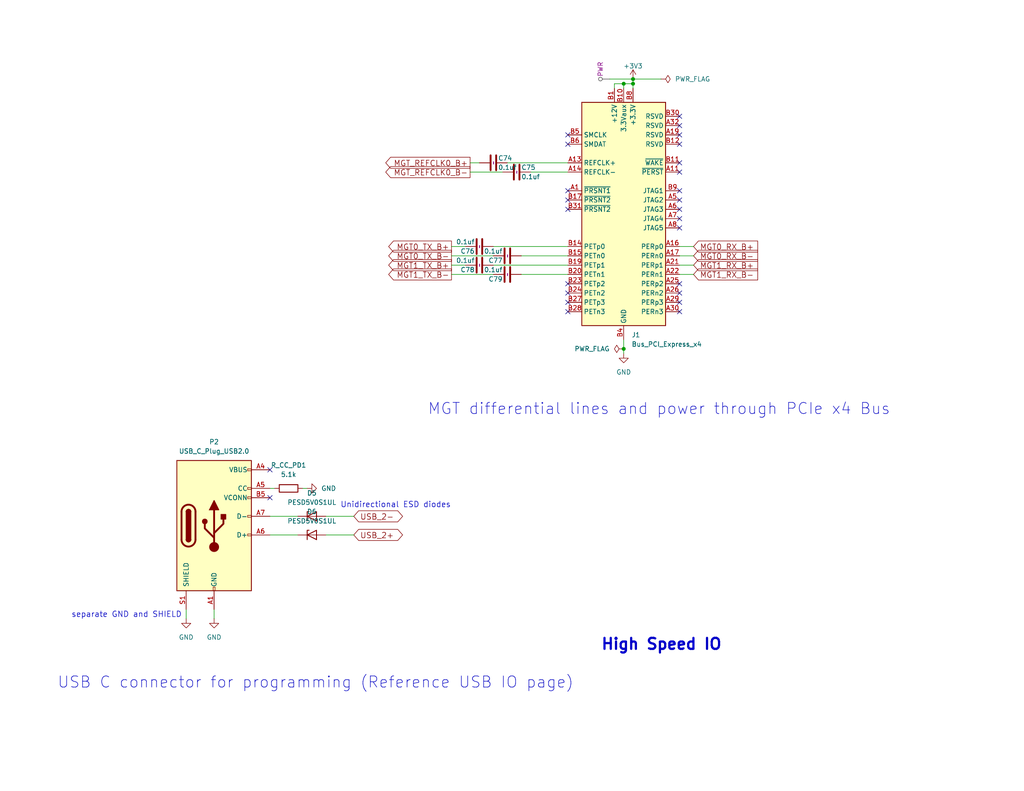
<source format=kicad_sch>
(kicad_sch
	(version 20250114)
	(generator "eeschema")
	(generator_version "9.0")
	(uuid "c0ad4323-d170-490e-a12e-3da4a15c9c0e")
	(paper "A")
	(title_block
		(title "hFPGA")
		(date "2025-09-16")
		(rev "D")
		(company "Ethan Yang (github.com/ethanyangtaco115) & Stanely Wang")
		(comment 1 "A modification of the PicoEVB (github.com/RHSResearchLLC/PicoEVB)")
		(comment 2 "An expansion")
	)
	(lib_symbols
		(symbol "+3V3_1"
			(power)
			(pin_names
				(offset 0)
			)
			(exclude_from_sim no)
			(in_bom yes)
			(on_board yes)
			(property "Reference" "#PWR"
				(at 0 -3.81 0)
				(effects
					(font
						(size 1.27 1.27)
					)
					(hide yes)
				)
			)
			(property "Value" "+3V3"
				(at 0 3.556 0)
				(effects
					(font
						(size 1.27 1.27)
					)
				)
			)
			(property "Footprint" ""
				(at 0 0 0)
				(effects
					(font
						(size 1.27 1.27)
					)
					(hide yes)
				)
			)
			(property "Datasheet" ""
				(at 0 0 0)
				(effects
					(font
						(size 1.27 1.27)
					)
					(hide yes)
				)
			)
			(property "Description" ""
				(at 0 0 0)
				(effects
					(font
						(size 1.27 1.27)
					)
					(hide yes)
				)
			)
			(property "Field5" ""
				(at 0 0 0)
				(effects
					(font
						(size 1.27 1.27)
					)
					(hide yes)
				)
			)
			(symbol "+3V3_1_0_1"
				(polyline
					(pts
						(xy -0.762 1.27) (xy 0 2.54)
					)
					(stroke
						(width 0)
						(type solid)
					)
					(fill
						(type none)
					)
				)
				(polyline
					(pts
						(xy 0 2.54) (xy 0.762 1.27)
					)
					(stroke
						(width 0)
						(type solid)
					)
					(fill
						(type none)
					)
				)
				(polyline
					(pts
						(xy 0 0) (xy 0 2.54)
					)
					(stroke
						(width 0)
						(type solid)
					)
					(fill
						(type none)
					)
				)
			)
			(symbol "+3V3_1_1_1"
				(pin power_in line
					(at 0 0 90)
					(length 0)
					(hide yes)
					(name "+3V3"
						(effects
							(font
								(size 1.27 1.27)
							)
						)
					)
					(number "1"
						(effects
							(font
								(size 1.27 1.27)
							)
						)
					)
				)
			)
			(embedded_fonts no)
		)
		(symbol "+3V3_2"
			(power)
			(pin_names
				(offset 0)
			)
			(exclude_from_sim no)
			(in_bom yes)
			(on_board yes)
			(property "Reference" "#PWR017"
				(at 0 -3.81 0)
				(effects
					(font
						(size 1.27 1.27)
					)
					(hide yes)
				)
			)
			(property "Value" "+3V3"
				(at 0 3.556 0)
				(effects
					(font
						(size 1.27 1.27)
					)
				)
			)
			(property "Footprint" ""
				(at 0 0 0)
				(effects
					(font
						(size 1.27 1.27)
					)
				)
			)
			(property "Datasheet" ""
				(at 0 0 0)
				(effects
					(font
						(size 1.27 1.27)
					)
				)
			)
			(property "Description" ""
				(at 0 0 0)
				(effects
					(font
						(size 1.27 1.27)
					)
				)
			)
			(symbol "+3V3_2_0_1"
				(polyline
					(pts
						(xy -0.762 1.27) (xy 0 2.54)
					)
					(stroke
						(width 0)
						(type solid)
					)
					(fill
						(type none)
					)
				)
				(polyline
					(pts
						(xy 0 2.54) (xy 0.762 1.27)
					)
					(stroke
						(width 0)
						(type solid)
					)
					(fill
						(type none)
					)
				)
				(polyline
					(pts
						(xy 0 0) (xy 0 2.54)
					)
					(stroke
						(width 0)
						(type solid)
					)
					(fill
						(type none)
					)
				)
			)
			(symbol "+3V3_2_1_1"
				(pin power_in line
					(at 0 0 90)
					(length 0)
					(hide yes)
					(name "+3V3"
						(effects
							(font
								(size 1.27 1.27)
							)
						)
					)
					(number "1"
						(effects
							(font
								(size 1.27 1.27)
							)
						)
					)
				)
			)
			(embedded_fonts no)
		)
		(symbol "C_1"
			(pin_numbers
				(hide yes)
			)
			(pin_names
				(offset 0.254)
			)
			(exclude_from_sim no)
			(in_bom yes)
			(on_board yes)
			(property "Reference" "C"
				(at 0.635 2.54 0)
				(effects
					(font
						(size 1.27 1.27)
					)
					(justify left)
				)
			)
			(property "Value" "C"
				(at 0.635 -2.54 0)
				(effects
					(font
						(size 1.27 1.27)
					)
					(justify left)
				)
			)
			(property "Footprint" ""
				(at 0.9652 -3.81 0)
				(effects
					(font
						(size 1.27 1.27)
					)
					(hide yes)
				)
			)
			(property "Datasheet" ""
				(at 0 0 0)
				(effects
					(font
						(size 1.27 1.27)
					)
					(hide yes)
				)
			)
			(property "Description" ""
				(at 0 0 0)
				(effects
					(font
						(size 1.27 1.27)
					)
					(hide yes)
				)
			)
			(property "Field5" ""
				(at 0 0 0)
				(effects
					(font
						(size 1.27 1.27)
					)
					(hide yes)
				)
			)
			(property "ki_fp_filters" "C_*"
				(at 0 0 0)
				(effects
					(font
						(size 1.27 1.27)
					)
					(hide yes)
				)
			)
			(symbol "C_1_0_1"
				(polyline
					(pts
						(xy -2.032 0.762) (xy 2.032 0.762)
					)
					(stroke
						(width 0.508)
						(type solid)
					)
					(fill
						(type none)
					)
				)
				(polyline
					(pts
						(xy -2.032 -0.762) (xy 2.032 -0.762)
					)
					(stroke
						(width 0.508)
						(type solid)
					)
					(fill
						(type none)
					)
				)
			)
			(symbol "C_1_1_1"
				(pin passive line
					(at 0 3.81 270)
					(length 2.794)
					(name "~"
						(effects
							(font
								(size 1.27 1.27)
							)
						)
					)
					(number "1"
						(effects
							(font
								(size 1.27 1.27)
							)
						)
					)
				)
				(pin passive line
					(at 0 -3.81 90)
					(length 2.794)
					(name "~"
						(effects
							(font
								(size 1.27 1.27)
							)
						)
					)
					(number "2"
						(effects
							(font
								(size 1.27 1.27)
							)
						)
					)
				)
			)
			(embedded_fonts no)
		)
		(symbol "C_2"
			(pin_numbers
				(hide yes)
			)
			(pin_names
				(offset 0.254)
			)
			(exclude_from_sim no)
			(in_bom yes)
			(on_board yes)
			(property "Reference" "C"
				(at 0.635 2.54 0)
				(effects
					(font
						(size 1.27 1.27)
					)
					(justify left)
				)
			)
			(property "Value" "C"
				(at 0.635 -2.54 0)
				(effects
					(font
						(size 1.27 1.27)
					)
					(justify left)
				)
			)
			(property "Footprint" ""
				(at 0.9652 -3.81 0)
				(effects
					(font
						(size 1.27 1.27)
					)
					(hide yes)
				)
			)
			(property "Datasheet" ""
				(at 0 0 0)
				(effects
					(font
						(size 1.27 1.27)
					)
					(hide yes)
				)
			)
			(property "Description" ""
				(at 0 0 0)
				(effects
					(font
						(size 1.27 1.27)
					)
					(hide yes)
				)
			)
			(property "Field5" ""
				(at 0 0 0)
				(effects
					(font
						(size 1.27 1.27)
					)
					(hide yes)
				)
			)
			(property "ki_fp_filters" "C_*"
				(at 0 0 0)
				(effects
					(font
						(size 1.27 1.27)
					)
					(hide yes)
				)
			)
			(symbol "C_2_0_1"
				(polyline
					(pts
						(xy -2.032 0.762) (xy 2.032 0.762)
					)
					(stroke
						(width 0.508)
						(type solid)
					)
					(fill
						(type none)
					)
				)
				(polyline
					(pts
						(xy -2.032 -0.762) (xy 2.032 -0.762)
					)
					(stroke
						(width 0.508)
						(type solid)
					)
					(fill
						(type none)
					)
				)
			)
			(symbol "C_2_1_1"
				(pin passive line
					(at 0 3.81 270)
					(length 2.794)
					(name "~"
						(effects
							(font
								(size 1.27 1.27)
							)
						)
					)
					(number "1"
						(effects
							(font
								(size 1.27 1.27)
							)
						)
					)
				)
				(pin passive line
					(at 0 -3.81 90)
					(length 2.794)
					(name "~"
						(effects
							(font
								(size 1.27 1.27)
							)
						)
					)
					(number "2"
						(effects
							(font
								(size 1.27 1.27)
							)
						)
					)
				)
			)
			(embedded_fonts no)
		)
		(symbol "C_3"
			(pin_numbers
				(hide yes)
			)
			(pin_names
				(offset 0.254)
			)
			(exclude_from_sim no)
			(in_bom yes)
			(on_board yes)
			(property "Reference" "C"
				(at 0.635 2.54 0)
				(effects
					(font
						(size 1.27 1.27)
					)
					(justify left)
				)
			)
			(property "Value" "C"
				(at 0.635 -2.54 0)
				(effects
					(font
						(size 1.27 1.27)
					)
					(justify left)
				)
			)
			(property "Footprint" ""
				(at 0.9652 -3.81 0)
				(effects
					(font
						(size 1.27 1.27)
					)
					(hide yes)
				)
			)
			(property "Datasheet" ""
				(at 0 0 0)
				(effects
					(font
						(size 1.27 1.27)
					)
					(hide yes)
				)
			)
			(property "Description" ""
				(at 0 0 0)
				(effects
					(font
						(size 1.27 1.27)
					)
					(hide yes)
				)
			)
			(property "Field5" ""
				(at 0 0 0)
				(effects
					(font
						(size 1.27 1.27)
					)
					(hide yes)
				)
			)
			(property "ki_fp_filters" "C_*"
				(at 0 0 0)
				(effects
					(font
						(size 1.27 1.27)
					)
					(hide yes)
				)
			)
			(symbol "C_3_0_1"
				(polyline
					(pts
						(xy -2.032 0.762) (xy 2.032 0.762)
					)
					(stroke
						(width 0.508)
						(type solid)
					)
					(fill
						(type none)
					)
				)
				(polyline
					(pts
						(xy -2.032 -0.762) (xy 2.032 -0.762)
					)
					(stroke
						(width 0.508)
						(type solid)
					)
					(fill
						(type none)
					)
				)
			)
			(symbol "C_3_1_1"
				(pin passive line
					(at 0 3.81 270)
					(length 2.794)
					(name "~"
						(effects
							(font
								(size 1.27 1.27)
							)
						)
					)
					(number "1"
						(effects
							(font
								(size 1.27 1.27)
							)
						)
					)
				)
				(pin passive line
					(at 0 -3.81 90)
					(length 2.794)
					(name "~"
						(effects
							(font
								(size 1.27 1.27)
							)
						)
					)
					(number "2"
						(effects
							(font
								(size 1.27 1.27)
							)
						)
					)
				)
			)
			(embedded_fonts no)
		)
		(symbol "C_4"
			(pin_numbers
				(hide yes)
			)
			(pin_names
				(offset 0.254)
			)
			(exclude_from_sim no)
			(in_bom yes)
			(on_board yes)
			(property "Reference" "C"
				(at 0.635 2.54 0)
				(effects
					(font
						(size 1.27 1.27)
					)
					(justify left)
				)
			)
			(property "Value" "C"
				(at 0.635 -2.54 0)
				(effects
					(font
						(size 1.27 1.27)
					)
					(justify left)
				)
			)
			(property "Footprint" ""
				(at 0.9652 -3.81 0)
				(effects
					(font
						(size 1.27 1.27)
					)
					(hide yes)
				)
			)
			(property "Datasheet" ""
				(at 0 0 0)
				(effects
					(font
						(size 1.27 1.27)
					)
					(hide yes)
				)
			)
			(property "Description" ""
				(at 0 0 0)
				(effects
					(font
						(size 1.27 1.27)
					)
					(hide yes)
				)
			)
			(property "Field5" ""
				(at 0 0 0)
				(effects
					(font
						(size 1.27 1.27)
					)
					(hide yes)
				)
			)
			(property "ki_fp_filters" "C_*"
				(at 0 0 0)
				(effects
					(font
						(size 1.27 1.27)
					)
					(hide yes)
				)
			)
			(symbol "C_4_0_1"
				(polyline
					(pts
						(xy -2.032 0.762) (xy 2.032 0.762)
					)
					(stroke
						(width 0.508)
						(type solid)
					)
					(fill
						(type none)
					)
				)
				(polyline
					(pts
						(xy -2.032 -0.762) (xy 2.032 -0.762)
					)
					(stroke
						(width 0.508)
						(type solid)
					)
					(fill
						(type none)
					)
				)
			)
			(symbol "C_4_1_1"
				(pin passive line
					(at 0 3.81 270)
					(length 2.794)
					(name "~"
						(effects
							(font
								(size 1.27 1.27)
							)
						)
					)
					(number "1"
						(effects
							(font
								(size 1.27 1.27)
							)
						)
					)
				)
				(pin passive line
					(at 0 -3.81 90)
					(length 2.794)
					(name "~"
						(effects
							(font
								(size 1.27 1.27)
							)
						)
					)
					(number "2"
						(effects
							(font
								(size 1.27 1.27)
							)
						)
					)
				)
			)
			(embedded_fonts no)
		)
		(symbol "C_5"
			(pin_numbers
				(hide yes)
			)
			(pin_names
				(offset 0.254)
			)
			(exclude_from_sim no)
			(in_bom yes)
			(on_board yes)
			(property "Reference" "C"
				(at 0.635 2.54 0)
				(effects
					(font
						(size 1.27 1.27)
					)
					(justify left)
				)
			)
			(property "Value" "C"
				(at 0.635 -2.54 0)
				(effects
					(font
						(size 1.27 1.27)
					)
					(justify left)
				)
			)
			(property "Footprint" ""
				(at 0.9652 -3.81 0)
				(effects
					(font
						(size 1.27 1.27)
					)
					(hide yes)
				)
			)
			(property "Datasheet" ""
				(at 0 0 0)
				(effects
					(font
						(size 1.27 1.27)
					)
					(hide yes)
				)
			)
			(property "Description" ""
				(at 0 0 0)
				(effects
					(font
						(size 1.27 1.27)
					)
					(hide yes)
				)
			)
			(property "Field5" ""
				(at 0 0 0)
				(effects
					(font
						(size 1.27 1.27)
					)
					(hide yes)
				)
			)
			(property "ki_fp_filters" "C_*"
				(at 0 0 0)
				(effects
					(font
						(size 1.27 1.27)
					)
					(hide yes)
				)
			)
			(symbol "C_5_0_1"
				(polyline
					(pts
						(xy -2.032 0.762) (xy 2.032 0.762)
					)
					(stroke
						(width 0.508)
						(type solid)
					)
					(fill
						(type none)
					)
				)
				(polyline
					(pts
						(xy -2.032 -0.762) (xy 2.032 -0.762)
					)
					(stroke
						(width 0.508)
						(type solid)
					)
					(fill
						(type none)
					)
				)
			)
			(symbol "C_5_1_1"
				(pin passive line
					(at 0 3.81 270)
					(length 2.794)
					(name "~"
						(effects
							(font
								(size 1.27 1.27)
							)
						)
					)
					(number "1"
						(effects
							(font
								(size 1.27 1.27)
							)
						)
					)
				)
				(pin passive line
					(at 0 -3.81 90)
					(length 2.794)
					(name "~"
						(effects
							(font
								(size 1.27 1.27)
							)
						)
					)
					(number "2"
						(effects
							(font
								(size 1.27 1.27)
							)
						)
					)
				)
			)
			(embedded_fonts no)
		)
		(symbol "C_6"
			(pin_numbers
				(hide yes)
			)
			(pin_names
				(offset 0.254)
			)
			(exclude_from_sim no)
			(in_bom yes)
			(on_board yes)
			(property "Reference" "C"
				(at 0.635 2.54 0)
				(effects
					(font
						(size 1.27 1.27)
					)
					(justify left)
				)
			)
			(property "Value" "C"
				(at 0.635 -2.54 0)
				(effects
					(font
						(size 1.27 1.27)
					)
					(justify left)
				)
			)
			(property "Footprint" ""
				(at 0.9652 -3.81 0)
				(effects
					(font
						(size 1.27 1.27)
					)
					(hide yes)
				)
			)
			(property "Datasheet" ""
				(at 0 0 0)
				(effects
					(font
						(size 1.27 1.27)
					)
					(hide yes)
				)
			)
			(property "Description" ""
				(at 0 0 0)
				(effects
					(font
						(size 1.27 1.27)
					)
					(hide yes)
				)
			)
			(property "Field5" ""
				(at 0 0 0)
				(effects
					(font
						(size 1.27 1.27)
					)
					(hide yes)
				)
			)
			(property "ki_fp_filters" "C_*"
				(at 0 0 0)
				(effects
					(font
						(size 1.27 1.27)
					)
					(hide yes)
				)
			)
			(symbol "C_6_0_1"
				(polyline
					(pts
						(xy -2.032 0.762) (xy 2.032 0.762)
					)
					(stroke
						(width 0.508)
						(type solid)
					)
					(fill
						(type none)
					)
				)
				(polyline
					(pts
						(xy -2.032 -0.762) (xy 2.032 -0.762)
					)
					(stroke
						(width 0.508)
						(type solid)
					)
					(fill
						(type none)
					)
				)
			)
			(symbol "C_6_1_1"
				(pin passive line
					(at 0 3.81 270)
					(length 2.794)
					(name "~"
						(effects
							(font
								(size 1.27 1.27)
							)
						)
					)
					(number "1"
						(effects
							(font
								(size 1.27 1.27)
							)
						)
					)
				)
				(pin passive line
					(at 0 -3.81 90)
					(length 2.794)
					(name "~"
						(effects
							(font
								(size 1.27 1.27)
							)
						)
					)
					(number "2"
						(effects
							(font
								(size 1.27 1.27)
							)
						)
					)
				)
			)
			(embedded_fonts no)
		)
		(symbol "C_7"
			(pin_numbers
				(hide yes)
			)
			(pin_names
				(offset 0.254)
			)
			(exclude_from_sim no)
			(in_bom yes)
			(on_board yes)
			(property "Reference" "C"
				(at 0.635 2.54 0)
				(effects
					(font
						(size 1.27 1.27)
					)
					(justify left)
				)
			)
			(property "Value" "C"
				(at 0.635 -2.54 0)
				(effects
					(font
						(size 1.27 1.27)
					)
					(justify left)
				)
			)
			(property "Footprint" ""
				(at 0.9652 -3.81 0)
				(effects
					(font
						(size 1.27 1.27)
					)
					(hide yes)
				)
			)
			(property "Datasheet" ""
				(at 0 0 0)
				(effects
					(font
						(size 1.27 1.27)
					)
					(hide yes)
				)
			)
			(property "Description" ""
				(at 0 0 0)
				(effects
					(font
						(size 1.27 1.27)
					)
					(hide yes)
				)
			)
			(property "Field5" ""
				(at 0 0 0)
				(effects
					(font
						(size 1.27 1.27)
					)
					(hide yes)
				)
			)
			(property "ki_fp_filters" "C_*"
				(at 0 0 0)
				(effects
					(font
						(size 1.27 1.27)
					)
					(hide yes)
				)
			)
			(symbol "C_7_0_1"
				(polyline
					(pts
						(xy -2.032 0.762) (xy 2.032 0.762)
					)
					(stroke
						(width 0.508)
						(type solid)
					)
					(fill
						(type none)
					)
				)
				(polyline
					(pts
						(xy -2.032 -0.762) (xy 2.032 -0.762)
					)
					(stroke
						(width 0.508)
						(type solid)
					)
					(fill
						(type none)
					)
				)
			)
			(symbol "C_7_1_1"
				(pin passive line
					(at 0 3.81 270)
					(length 2.794)
					(name "~"
						(effects
							(font
								(size 1.27 1.27)
							)
						)
					)
					(number "1"
						(effects
							(font
								(size 1.27 1.27)
							)
						)
					)
				)
				(pin passive line
					(at 0 -3.81 90)
					(length 2.794)
					(name "~"
						(effects
							(font
								(size 1.27 1.27)
							)
						)
					)
					(number "2"
						(effects
							(font
								(size 1.27 1.27)
							)
						)
					)
				)
			)
			(embedded_fonts no)
		)
		(symbol "C_8"
			(pin_numbers
				(hide yes)
			)
			(pin_names
				(offset 0.254)
			)
			(exclude_from_sim no)
			(in_bom yes)
			(on_board yes)
			(property "Reference" "C"
				(at 0.635 2.54 0)
				(effects
					(font
						(size 1.27 1.27)
					)
					(justify left)
				)
			)
			(property "Value" "C"
				(at 0.635 -2.54 0)
				(effects
					(font
						(size 1.27 1.27)
					)
					(justify left)
				)
			)
			(property "Footprint" ""
				(at 0.9652 -3.81 0)
				(effects
					(font
						(size 1.27 1.27)
					)
					(hide yes)
				)
			)
			(property "Datasheet" ""
				(at 0 0 0)
				(effects
					(font
						(size 1.27 1.27)
					)
					(hide yes)
				)
			)
			(property "Description" ""
				(at 0 0 0)
				(effects
					(font
						(size 1.27 1.27)
					)
					(hide yes)
				)
			)
			(property "Field5" ""
				(at 0 0 0)
				(effects
					(font
						(size 1.27 1.27)
					)
					(hide yes)
				)
			)
			(property "ki_fp_filters" "C_*"
				(at 0 0 0)
				(effects
					(font
						(size 1.27 1.27)
					)
					(hide yes)
				)
			)
			(symbol "C_8_0_1"
				(polyline
					(pts
						(xy -2.032 0.762) (xy 2.032 0.762)
					)
					(stroke
						(width 0.508)
						(type solid)
					)
					(fill
						(type none)
					)
				)
				(polyline
					(pts
						(xy -2.032 -0.762) (xy 2.032 -0.762)
					)
					(stroke
						(width 0.508)
						(type solid)
					)
					(fill
						(type none)
					)
				)
			)
			(symbol "C_8_1_1"
				(pin passive line
					(at 0 3.81 270)
					(length 2.794)
					(name "~"
						(effects
							(font
								(size 1.27 1.27)
							)
						)
					)
					(number "1"
						(effects
							(font
								(size 1.27 1.27)
							)
						)
					)
				)
				(pin passive line
					(at 0 -3.81 90)
					(length 2.794)
					(name "~"
						(effects
							(font
								(size 1.27 1.27)
							)
						)
					)
					(number "2"
						(effects
							(font
								(size 1.27 1.27)
							)
						)
					)
				)
			)
			(embedded_fonts no)
		)
		(symbol "Connector:Bus_PCI_Express_x4"
			(exclude_from_sim no)
			(in_bom yes)
			(on_board yes)
			(property "Reference" "J"
				(at -8.89 33.02 0)
				(effects
					(font
						(size 1.27 1.27)
					)
				)
			)
			(property "Value" "Bus_PCI_Express_x4"
				(at 12.7 33.02 0)
				(effects
					(font
						(size 1.27 1.27)
					)
				)
			)
			(property "Footprint" "Connector_PCBEdge:BUS_PCIexpress_x4"
				(at 0 -2.54 0)
				(effects
					(font
						(size 1.27 1.27)
					)
					(hide yes)
				)
			)
			(property "Datasheet" "http://www.ritrontek.com/uploadfile/2016/1026/20161026105231124.pdf#page=63"
				(at -6.35 -31.75 0)
				(effects
					(font
						(size 1.27 1.27)
					)
					(hide yes)
				)
			)
			(property "Description" "PCI Express bus connector x4"
				(at 0 0 0)
				(effects
					(font
						(size 1.27 1.27)
					)
					(hide yes)
				)
			)
			(property "ki_keywords" "pcie"
				(at 0 0 0)
				(effects
					(font
						(size 1.27 1.27)
					)
					(hide yes)
				)
			)
			(property "ki_fp_filters" "*PCIexpress*"
				(at 0 0 0)
				(effects
					(font
						(size 1.27 1.27)
					)
					(hide yes)
				)
			)
			(symbol "Bus_PCI_Express_x4_0_1"
				(rectangle
					(start -11.43 31.75)
					(end 11.43 -29.21)
					(stroke
						(width 0.254)
						(type default)
					)
					(fill
						(type background)
					)
				)
			)
			(symbol "Bus_PCI_Express_x4_1_1"
				(pin input line
					(at -15.24 22.86 0)
					(length 3.81)
					(name "SMCLK"
						(effects
							(font
								(size 1.27 1.27)
							)
						)
					)
					(number "B5"
						(effects
							(font
								(size 1.27 1.27)
							)
						)
					)
				)
				(pin bidirectional line
					(at -15.24 20.32 0)
					(length 3.81)
					(name "SMDAT"
						(effects
							(font
								(size 1.27 1.27)
							)
						)
					)
					(number "B6"
						(effects
							(font
								(size 1.27 1.27)
							)
						)
					)
				)
				(pin input line
					(at -15.24 15.24 0)
					(length 3.81)
					(name "REFCLK+"
						(effects
							(font
								(size 1.27 1.27)
							)
						)
					)
					(number "A13"
						(effects
							(font
								(size 1.27 1.27)
							)
						)
					)
				)
				(pin input line
					(at -15.24 12.7 0)
					(length 3.81)
					(name "REFCLK-"
						(effects
							(font
								(size 1.27 1.27)
							)
						)
					)
					(number "A14"
						(effects
							(font
								(size 1.27 1.27)
							)
						)
					)
				)
				(pin passive line
					(at -15.24 7.62 0)
					(length 3.81)
					(name "~{PRSNT1}"
						(effects
							(font
								(size 1.27 1.27)
							)
						)
					)
					(number "A1"
						(effects
							(font
								(size 1.27 1.27)
							)
						)
					)
				)
				(pin passive line
					(at -15.24 5.08 0)
					(length 3.81)
					(name "~{PRSNT2}"
						(effects
							(font
								(size 1.27 1.27)
							)
						)
					)
					(number "B17"
						(effects
							(font
								(size 1.27 1.27)
							)
						)
					)
				)
				(pin passive line
					(at -15.24 2.54 0)
					(length 3.81)
					(name "~{PRSNT2}"
						(effects
							(font
								(size 1.27 1.27)
							)
						)
					)
					(number "B31"
						(effects
							(font
								(size 1.27 1.27)
							)
						)
					)
				)
				(pin input line
					(at -15.24 -7.62 0)
					(length 3.81)
					(name "PETp0"
						(effects
							(font
								(size 1.27 1.27)
							)
						)
					)
					(number "B14"
						(effects
							(font
								(size 1.27 1.27)
							)
						)
					)
				)
				(pin input line
					(at -15.24 -10.16 0)
					(length 3.81)
					(name "PETn0"
						(effects
							(font
								(size 1.27 1.27)
							)
						)
					)
					(number "B15"
						(effects
							(font
								(size 1.27 1.27)
							)
						)
					)
				)
				(pin input line
					(at -15.24 -12.7 0)
					(length 3.81)
					(name "PETp1"
						(effects
							(font
								(size 1.27 1.27)
							)
						)
					)
					(number "B19"
						(effects
							(font
								(size 1.27 1.27)
							)
						)
					)
				)
				(pin input line
					(at -15.24 -15.24 0)
					(length 3.81)
					(name "PETn1"
						(effects
							(font
								(size 1.27 1.27)
							)
						)
					)
					(number "B20"
						(effects
							(font
								(size 1.27 1.27)
							)
						)
					)
				)
				(pin input line
					(at -15.24 -17.78 0)
					(length 3.81)
					(name "PETp2"
						(effects
							(font
								(size 1.27 1.27)
							)
						)
					)
					(number "B23"
						(effects
							(font
								(size 1.27 1.27)
							)
						)
					)
				)
				(pin input line
					(at -15.24 -20.32 0)
					(length 3.81)
					(name "PETn2"
						(effects
							(font
								(size 1.27 1.27)
							)
						)
					)
					(number "B24"
						(effects
							(font
								(size 1.27 1.27)
							)
						)
					)
				)
				(pin input line
					(at -15.24 -22.86 0)
					(length 3.81)
					(name "PETp3"
						(effects
							(font
								(size 1.27 1.27)
							)
						)
					)
					(number "B27"
						(effects
							(font
								(size 1.27 1.27)
							)
						)
					)
				)
				(pin input line
					(at -15.24 -25.4 0)
					(length 3.81)
					(name "PETn3"
						(effects
							(font
								(size 1.27 1.27)
							)
						)
					)
					(number "B28"
						(effects
							(font
								(size 1.27 1.27)
							)
						)
					)
				)
				(pin passive line
					(at -2.54 35.56 270)
					(length 3.81)
					(hide yes)
					(name "+12V"
						(effects
							(font
								(size 1.27 1.27)
							)
						)
					)
					(number "A2"
						(effects
							(font
								(size 1.27 1.27)
							)
						)
					)
				)
				(pin passive line
					(at -2.54 35.56 270)
					(length 3.81)
					(hide yes)
					(name "+12V"
						(effects
							(font
								(size 1.27 1.27)
							)
						)
					)
					(number "A3"
						(effects
							(font
								(size 1.27 1.27)
							)
						)
					)
				)
				(pin power_in line
					(at -2.54 35.56 270)
					(length 3.81)
					(name "+12V"
						(effects
							(font
								(size 1.27 1.27)
							)
						)
					)
					(number "B1"
						(effects
							(font
								(size 1.27 1.27)
							)
						)
					)
				)
				(pin passive line
					(at -2.54 35.56 270)
					(length 3.81)
					(hide yes)
					(name "+12V"
						(effects
							(font
								(size 1.27 1.27)
							)
						)
					)
					(number "B2"
						(effects
							(font
								(size 1.27 1.27)
							)
						)
					)
				)
				(pin passive line
					(at -2.54 35.56 270)
					(length 3.81)
					(hide yes)
					(name "+12V"
						(effects
							(font
								(size 1.27 1.27)
							)
						)
					)
					(number "B3"
						(effects
							(font
								(size 1.27 1.27)
							)
						)
					)
				)
				(pin power_in line
					(at 0 35.56 270)
					(length 3.81)
					(name "3.3Vaux"
						(effects
							(font
								(size 1.27 1.27)
							)
						)
					)
					(number "B10"
						(effects
							(font
								(size 1.27 1.27)
							)
						)
					)
				)
				(pin passive line
					(at 0 -33.02 90)
					(length 3.81)
					(hide yes)
					(name "GND"
						(effects
							(font
								(size 1.27 1.27)
							)
						)
					)
					(number "A12"
						(effects
							(font
								(size 1.27 1.27)
							)
						)
					)
				)
				(pin passive line
					(at 0 -33.02 90)
					(length 3.81)
					(hide yes)
					(name "GND"
						(effects
							(font
								(size 1.27 1.27)
							)
						)
					)
					(number "A15"
						(effects
							(font
								(size 1.27 1.27)
							)
						)
					)
				)
				(pin passive line
					(at 0 -33.02 90)
					(length 3.81)
					(hide yes)
					(name "GND"
						(effects
							(font
								(size 1.27 1.27)
							)
						)
					)
					(number "A18"
						(effects
							(font
								(size 1.27 1.27)
							)
						)
					)
				)
				(pin passive line
					(at 0 -33.02 90)
					(length 3.81)
					(hide yes)
					(name "GND"
						(effects
							(font
								(size 1.27 1.27)
							)
						)
					)
					(number "A20"
						(effects
							(font
								(size 1.27 1.27)
							)
						)
					)
				)
				(pin passive line
					(at 0 -33.02 90)
					(length 3.81)
					(hide yes)
					(name "GND"
						(effects
							(font
								(size 1.27 1.27)
							)
						)
					)
					(number "A23"
						(effects
							(font
								(size 1.27 1.27)
							)
						)
					)
				)
				(pin passive line
					(at 0 -33.02 90)
					(length 3.81)
					(hide yes)
					(name "GND"
						(effects
							(font
								(size 1.27 1.27)
							)
						)
					)
					(number "A24"
						(effects
							(font
								(size 1.27 1.27)
							)
						)
					)
				)
				(pin passive line
					(at 0 -33.02 90)
					(length 3.81)
					(hide yes)
					(name "GND"
						(effects
							(font
								(size 1.27 1.27)
							)
						)
					)
					(number "A27"
						(effects
							(font
								(size 1.27 1.27)
							)
						)
					)
				)
				(pin passive line
					(at 0 -33.02 90)
					(length 3.81)
					(hide yes)
					(name "GND"
						(effects
							(font
								(size 1.27 1.27)
							)
						)
					)
					(number "A28"
						(effects
							(font
								(size 1.27 1.27)
							)
						)
					)
				)
				(pin passive line
					(at 0 -33.02 90)
					(length 3.81)
					(hide yes)
					(name "GND"
						(effects
							(font
								(size 1.27 1.27)
							)
						)
					)
					(number "A31"
						(effects
							(font
								(size 1.27 1.27)
							)
						)
					)
				)
				(pin passive line
					(at 0 -33.02 90)
					(length 3.81)
					(hide yes)
					(name "GND"
						(effects
							(font
								(size 1.27 1.27)
							)
						)
					)
					(number "A4"
						(effects
							(font
								(size 1.27 1.27)
							)
						)
					)
				)
				(pin passive line
					(at 0 -33.02 90)
					(length 3.81)
					(hide yes)
					(name "GND"
						(effects
							(font
								(size 1.27 1.27)
							)
						)
					)
					(number "B13"
						(effects
							(font
								(size 1.27 1.27)
							)
						)
					)
				)
				(pin passive line
					(at 0 -33.02 90)
					(length 3.81)
					(hide yes)
					(name "GND"
						(effects
							(font
								(size 1.27 1.27)
							)
						)
					)
					(number "B16"
						(effects
							(font
								(size 1.27 1.27)
							)
						)
					)
				)
				(pin passive line
					(at 0 -33.02 90)
					(length 3.81)
					(hide yes)
					(name "GND"
						(effects
							(font
								(size 1.27 1.27)
							)
						)
					)
					(number "B18"
						(effects
							(font
								(size 1.27 1.27)
							)
						)
					)
				)
				(pin passive line
					(at 0 -33.02 90)
					(length 3.81)
					(hide yes)
					(name "GND"
						(effects
							(font
								(size 1.27 1.27)
							)
						)
					)
					(number "B21"
						(effects
							(font
								(size 1.27 1.27)
							)
						)
					)
				)
				(pin passive line
					(at 0 -33.02 90)
					(length 3.81)
					(hide yes)
					(name "GND"
						(effects
							(font
								(size 1.27 1.27)
							)
						)
					)
					(number "B22"
						(effects
							(font
								(size 1.27 1.27)
							)
						)
					)
				)
				(pin passive line
					(at 0 -33.02 90)
					(length 3.81)
					(hide yes)
					(name "GND"
						(effects
							(font
								(size 1.27 1.27)
							)
						)
					)
					(number "B25"
						(effects
							(font
								(size 1.27 1.27)
							)
						)
					)
				)
				(pin passive line
					(at 0 -33.02 90)
					(length 3.81)
					(hide yes)
					(name "GND"
						(effects
							(font
								(size 1.27 1.27)
							)
						)
					)
					(number "B26"
						(effects
							(font
								(size 1.27 1.27)
							)
						)
					)
				)
				(pin passive line
					(at 0 -33.02 90)
					(length 3.81)
					(hide yes)
					(name "GND"
						(effects
							(font
								(size 1.27 1.27)
							)
						)
					)
					(number "B29"
						(effects
							(font
								(size 1.27 1.27)
							)
						)
					)
				)
				(pin passive line
					(at 0 -33.02 90)
					(length 3.81)
					(hide yes)
					(name "GND"
						(effects
							(font
								(size 1.27 1.27)
							)
						)
					)
					(number "B32"
						(effects
							(font
								(size 1.27 1.27)
							)
						)
					)
				)
				(pin power_in line
					(at 0 -33.02 90)
					(length 3.81)
					(name "GND"
						(effects
							(font
								(size 1.27 1.27)
							)
						)
					)
					(number "B4"
						(effects
							(font
								(size 1.27 1.27)
							)
						)
					)
				)
				(pin passive line
					(at 0 -33.02 90)
					(length 3.81)
					(hide yes)
					(name "GND"
						(effects
							(font
								(size 1.27 1.27)
							)
						)
					)
					(number "B7"
						(effects
							(font
								(size 1.27 1.27)
							)
						)
					)
				)
				(pin passive line
					(at 2.54 35.56 270)
					(length 3.81)
					(hide yes)
					(name "+3.3V"
						(effects
							(font
								(size 1.27 1.27)
							)
						)
					)
					(number "A10"
						(effects
							(font
								(size 1.27 1.27)
							)
						)
					)
				)
				(pin passive line
					(at 2.54 35.56 270)
					(length 3.81)
					(hide yes)
					(name "+3.3V"
						(effects
							(font
								(size 1.27 1.27)
							)
						)
					)
					(number "A9"
						(effects
							(font
								(size 1.27 1.27)
							)
						)
					)
				)
				(pin power_in line
					(at 2.54 35.56 270)
					(length 3.81)
					(name "+3.3V"
						(effects
							(font
								(size 1.27 1.27)
							)
						)
					)
					(number "B8"
						(effects
							(font
								(size 1.27 1.27)
							)
						)
					)
				)
				(pin passive line
					(at 15.24 27.94 180)
					(length 3.81)
					(name "RSVD"
						(effects
							(font
								(size 1.27 1.27)
							)
						)
					)
					(number "B30"
						(effects
							(font
								(size 1.27 1.27)
							)
						)
					)
				)
				(pin passive line
					(at 15.24 25.4 180)
					(length 3.81)
					(name "RSVD"
						(effects
							(font
								(size 1.27 1.27)
							)
						)
					)
					(number "A32"
						(effects
							(font
								(size 1.27 1.27)
							)
						)
					)
				)
				(pin passive line
					(at 15.24 22.86 180)
					(length 3.81)
					(name "RSVD"
						(effects
							(font
								(size 1.27 1.27)
							)
						)
					)
					(number "A19"
						(effects
							(font
								(size 1.27 1.27)
							)
						)
					)
				)
				(pin passive line
					(at 15.24 20.32 180)
					(length 3.81)
					(name "RSVD"
						(effects
							(font
								(size 1.27 1.27)
							)
						)
					)
					(number "B12"
						(effects
							(font
								(size 1.27 1.27)
							)
						)
					)
				)
				(pin open_collector line
					(at 15.24 15.24 180)
					(length 3.81)
					(name "~{WAKE}"
						(effects
							(font
								(size 1.27 1.27)
							)
						)
					)
					(number "B11"
						(effects
							(font
								(size 1.27 1.27)
							)
						)
					)
				)
				(pin input line
					(at 15.24 12.7 180)
					(length 3.81)
					(name "~{PERST}"
						(effects
							(font
								(size 1.27 1.27)
							)
						)
					)
					(number "A11"
						(effects
							(font
								(size 1.27 1.27)
							)
						)
					)
				)
				(pin input line
					(at 15.24 7.62 180)
					(length 3.81)
					(name "JTAG1"
						(effects
							(font
								(size 1.27 1.27)
							)
						)
					)
					(number "B9"
						(effects
							(font
								(size 1.27 1.27)
							)
						)
					)
				)
				(pin input line
					(at 15.24 5.08 180)
					(length 3.81)
					(name "JTAG2"
						(effects
							(font
								(size 1.27 1.27)
							)
						)
					)
					(number "A5"
						(effects
							(font
								(size 1.27 1.27)
							)
						)
					)
				)
				(pin input line
					(at 15.24 2.54 180)
					(length 3.81)
					(name "JTAG3"
						(effects
							(font
								(size 1.27 1.27)
							)
						)
					)
					(number "A6"
						(effects
							(font
								(size 1.27 1.27)
							)
						)
					)
				)
				(pin output line
					(at 15.24 0 180)
					(length 3.81)
					(name "JTAG4"
						(effects
							(font
								(size 1.27 1.27)
							)
						)
					)
					(number "A7"
						(effects
							(font
								(size 1.27 1.27)
							)
						)
					)
				)
				(pin input line
					(at 15.24 -2.54 180)
					(length 3.81)
					(name "JTAG5"
						(effects
							(font
								(size 1.27 1.27)
							)
						)
					)
					(number "A8"
						(effects
							(font
								(size 1.27 1.27)
							)
						)
					)
				)
				(pin output line
					(at 15.24 -7.62 180)
					(length 3.81)
					(name "PERp0"
						(effects
							(font
								(size 1.27 1.27)
							)
						)
					)
					(number "A16"
						(effects
							(font
								(size 1.27 1.27)
							)
						)
					)
				)
				(pin output line
					(at 15.24 -10.16 180)
					(length 3.81)
					(name "PERn0"
						(effects
							(font
								(size 1.27 1.27)
							)
						)
					)
					(number "A17"
						(effects
							(font
								(size 1.27 1.27)
							)
						)
					)
				)
				(pin output line
					(at 15.24 -12.7 180)
					(length 3.81)
					(name "PERp1"
						(effects
							(font
								(size 1.27 1.27)
							)
						)
					)
					(number "A21"
						(effects
							(font
								(size 1.27 1.27)
							)
						)
					)
				)
				(pin output line
					(at 15.24 -15.24 180)
					(length 3.81)
					(name "PERn1"
						(effects
							(font
								(size 1.27 1.27)
							)
						)
					)
					(number "A22"
						(effects
							(font
								(size 1.27 1.27)
							)
						)
					)
				)
				(pin output line
					(at 15.24 -17.78 180)
					(length 3.81)
					(name "PERp2"
						(effects
							(font
								(size 1.27 1.27)
							)
						)
					)
					(number "A25"
						(effects
							(font
								(size 1.27 1.27)
							)
						)
					)
				)
				(pin output line
					(at 15.24 -20.32 180)
					(length 3.81)
					(name "PERn2"
						(effects
							(font
								(size 1.27 1.27)
							)
						)
					)
					(number "A26"
						(effects
							(font
								(size 1.27 1.27)
							)
						)
					)
				)
				(pin output line
					(at 15.24 -22.86 180)
					(length 3.81)
					(name "PERp3"
						(effects
							(font
								(size 1.27 1.27)
							)
						)
					)
					(number "A29"
						(effects
							(font
								(size 1.27 1.27)
							)
						)
					)
				)
				(pin output line
					(at 15.24 -25.4 180)
					(length 3.81)
					(name "PERn3"
						(effects
							(font
								(size 1.27 1.27)
							)
						)
					)
					(number "A30"
						(effects
							(font
								(size 1.27 1.27)
							)
						)
					)
				)
			)
			(embedded_fonts no)
		)
		(symbol "Connector:USB_C_Plug_USB2.0"
			(pin_names
				(offset 1.016)
			)
			(exclude_from_sim no)
			(in_bom yes)
			(on_board yes)
			(property "Reference" "P"
				(at -10.16 19.05 0)
				(effects
					(font
						(size 1.27 1.27)
					)
					(justify left)
				)
			)
			(property "Value" "USB_C_Plug_USB2.0"
				(at 12.7 19.05 0)
				(effects
					(font
						(size 1.27 1.27)
					)
					(justify right)
				)
			)
			(property "Footprint" ""
				(at 3.81 0 0)
				(effects
					(font
						(size 1.27 1.27)
					)
					(hide yes)
				)
			)
			(property "Datasheet" "https://www.usb.org/sites/default/files/documents/usb_type-c.zip"
				(at 3.81 0 0)
				(effects
					(font
						(size 1.27 1.27)
					)
					(hide yes)
				)
			)
			(property "Description" "USB 2.0-only Type-C Plug connector"
				(at 0 0 0)
				(effects
					(font
						(size 1.27 1.27)
					)
					(hide yes)
				)
			)
			(property "ki_keywords" "usb universal serial bus type-C USB2.0"
				(at 0 0 0)
				(effects
					(font
						(size 1.27 1.27)
					)
					(hide yes)
				)
			)
			(property "ki_fp_filters" "USB*C*Plug*"
				(at 0 0 0)
				(effects
					(font
						(size 1.27 1.27)
					)
					(hide yes)
				)
			)
			(symbol "USB_C_Plug_USB2.0_0_0"
				(rectangle
					(start -0.254 -17.78)
					(end 0.254 -16.764)
					(stroke
						(width 0)
						(type default)
					)
					(fill
						(type none)
					)
				)
				(rectangle
					(start 10.16 15.494)
					(end 9.144 14.986)
					(stroke
						(width 0)
						(type default)
					)
					(fill
						(type none)
					)
				)
				(rectangle
					(start 10.16 10.414)
					(end 9.144 9.906)
					(stroke
						(width 0)
						(type default)
					)
					(fill
						(type none)
					)
				)
				(rectangle
					(start 10.16 7.874)
					(end 9.144 7.366)
					(stroke
						(width 0)
						(type default)
					)
					(fill
						(type none)
					)
				)
				(rectangle
					(start 10.16 2.794)
					(end 9.144 2.286)
					(stroke
						(width 0)
						(type default)
					)
					(fill
						(type none)
					)
				)
				(rectangle
					(start 10.16 -2.286)
					(end 9.144 -2.794)
					(stroke
						(width 0)
						(type default)
					)
					(fill
						(type none)
					)
				)
			)
			(symbol "USB_C_Plug_USB2.0_0_1"
				(rectangle
					(start -10.16 17.78)
					(end 10.16 -17.78)
					(stroke
						(width 0.254)
						(type default)
					)
					(fill
						(type background)
					)
				)
				(polyline
					(pts
						(xy -8.89 -3.81) (xy -8.89 3.81)
					)
					(stroke
						(width 0.508)
						(type default)
					)
					(fill
						(type none)
					)
				)
				(rectangle
					(start -7.62 -3.81)
					(end -6.35 3.81)
					(stroke
						(width 0.254)
						(type default)
					)
					(fill
						(type outline)
					)
				)
				(arc
					(start -7.62 3.81)
					(mid -6.985 4.4423)
					(end -6.35 3.81)
					(stroke
						(width 0.254)
						(type default)
					)
					(fill
						(type none)
					)
				)
				(arc
					(start -7.62 3.81)
					(mid -6.985 4.4423)
					(end -6.35 3.81)
					(stroke
						(width 0.254)
						(type default)
					)
					(fill
						(type outline)
					)
				)
				(arc
					(start -8.89 3.81)
					(mid -6.985 5.7067)
					(end -5.08 3.81)
					(stroke
						(width 0.508)
						(type default)
					)
					(fill
						(type none)
					)
				)
				(arc
					(start -5.08 -3.81)
					(mid -6.985 -5.7067)
					(end -8.89 -3.81)
					(stroke
						(width 0.508)
						(type default)
					)
					(fill
						(type none)
					)
				)
				(arc
					(start -6.35 -3.81)
					(mid -6.985 -4.4423)
					(end -7.62 -3.81)
					(stroke
						(width 0.254)
						(type default)
					)
					(fill
						(type none)
					)
				)
				(arc
					(start -6.35 -3.81)
					(mid -6.985 -4.4423)
					(end -7.62 -3.81)
					(stroke
						(width 0.254)
						(type default)
					)
					(fill
						(type outline)
					)
				)
				(polyline
					(pts
						(xy -5.08 3.81) (xy -5.08 -3.81)
					)
					(stroke
						(width 0.508)
						(type default)
					)
					(fill
						(type none)
					)
				)
				(circle
					(center -2.54 1.143)
					(radius 0.635)
					(stroke
						(width 0.254)
						(type default)
					)
					(fill
						(type outline)
					)
				)
				(polyline
					(pts
						(xy -1.27 4.318) (xy 0 6.858) (xy 1.27 4.318) (xy -1.27 4.318)
					)
					(stroke
						(width 0.254)
						(type default)
					)
					(fill
						(type outline)
					)
				)
				(polyline
					(pts
						(xy 0 -2.032) (xy 2.54 0.508) (xy 2.54 1.778)
					)
					(stroke
						(width 0.508)
						(type default)
					)
					(fill
						(type none)
					)
				)
				(polyline
					(pts
						(xy 0 -3.302) (xy -2.54 -0.762) (xy -2.54 0.508)
					)
					(stroke
						(width 0.508)
						(type default)
					)
					(fill
						(type none)
					)
				)
				(polyline
					(pts
						(xy 0 -5.842) (xy 0 4.318)
					)
					(stroke
						(width 0.508)
						(type default)
					)
					(fill
						(type none)
					)
				)
				(circle
					(center 0 -5.842)
					(radius 1.27)
					(stroke
						(width 0)
						(type default)
					)
					(fill
						(type outline)
					)
				)
				(rectangle
					(start 1.905 1.778)
					(end 3.175 3.048)
					(stroke
						(width 0.254)
						(type default)
					)
					(fill
						(type outline)
					)
				)
			)
			(symbol "USB_C_Plug_USB2.0_1_1"
				(pin passive line
					(at -7.62 -22.86 90)
					(length 5.08)
					(name "SHIELD"
						(effects
							(font
								(size 1.27 1.27)
							)
						)
					)
					(number "S1"
						(effects
							(font
								(size 1.27 1.27)
							)
						)
					)
				)
				(pin passive line
					(at 0 -22.86 90)
					(length 5.08)
					(name "GND"
						(effects
							(font
								(size 1.27 1.27)
							)
						)
					)
					(number "A1"
						(effects
							(font
								(size 1.27 1.27)
							)
						)
					)
				)
				(pin passive line
					(at 0 -22.86 90)
					(length 5.08)
					(hide yes)
					(name "GND"
						(effects
							(font
								(size 1.27 1.27)
							)
						)
					)
					(number "A12"
						(effects
							(font
								(size 1.27 1.27)
							)
						)
					)
				)
				(pin passive line
					(at 0 -22.86 90)
					(length 5.08)
					(hide yes)
					(name "GND"
						(effects
							(font
								(size 1.27 1.27)
							)
						)
					)
					(number "B1"
						(effects
							(font
								(size 1.27 1.27)
							)
						)
					)
				)
				(pin passive line
					(at 0 -22.86 90)
					(length 5.08)
					(hide yes)
					(name "GND"
						(effects
							(font
								(size 1.27 1.27)
							)
						)
					)
					(number "B12"
						(effects
							(font
								(size 1.27 1.27)
							)
						)
					)
				)
				(pin passive line
					(at 15.24 15.24 180)
					(length 5.08)
					(name "VBUS"
						(effects
							(font
								(size 1.27 1.27)
							)
						)
					)
					(number "A4"
						(effects
							(font
								(size 1.27 1.27)
							)
						)
					)
				)
				(pin passive line
					(at 15.24 15.24 180)
					(length 5.08)
					(hide yes)
					(name "VBUS"
						(effects
							(font
								(size 1.27 1.27)
							)
						)
					)
					(number "A9"
						(effects
							(font
								(size 1.27 1.27)
							)
						)
					)
				)
				(pin passive line
					(at 15.24 15.24 180)
					(length 5.08)
					(hide yes)
					(name "VBUS"
						(effects
							(font
								(size 1.27 1.27)
							)
						)
					)
					(number "B4"
						(effects
							(font
								(size 1.27 1.27)
							)
						)
					)
				)
				(pin passive line
					(at 15.24 15.24 180)
					(length 5.08)
					(hide yes)
					(name "VBUS"
						(effects
							(font
								(size 1.27 1.27)
							)
						)
					)
					(number "B9"
						(effects
							(font
								(size 1.27 1.27)
							)
						)
					)
				)
				(pin bidirectional line
					(at 15.24 10.16 180)
					(length 5.08)
					(name "CC"
						(effects
							(font
								(size 1.27 1.27)
							)
						)
					)
					(number "A5"
						(effects
							(font
								(size 1.27 1.27)
							)
						)
					)
				)
				(pin bidirectional line
					(at 15.24 7.62 180)
					(length 5.08)
					(name "VCONN"
						(effects
							(font
								(size 1.27 1.27)
							)
						)
					)
					(number "B5"
						(effects
							(font
								(size 1.27 1.27)
							)
						)
					)
				)
				(pin bidirectional line
					(at 15.24 2.54 180)
					(length 5.08)
					(name "D-"
						(effects
							(font
								(size 1.27 1.27)
							)
						)
					)
					(number "A7"
						(effects
							(font
								(size 1.27 1.27)
							)
						)
					)
				)
				(pin bidirectional line
					(at 15.24 -2.54 180)
					(length 5.08)
					(name "D+"
						(effects
							(font
								(size 1.27 1.27)
							)
						)
					)
					(number "A6"
						(effects
							(font
								(size 1.27 1.27)
							)
						)
					)
				)
			)
			(embedded_fonts no)
		)
		(symbol "Device:R"
			(pin_numbers
				(hide yes)
			)
			(pin_names
				(offset 0)
			)
			(exclude_from_sim no)
			(in_bom yes)
			(on_board yes)
			(property "Reference" "R"
				(at 2.032 0 90)
				(effects
					(font
						(size 1.27 1.27)
					)
				)
			)
			(property "Value" "R"
				(at 0 0 90)
				(effects
					(font
						(size 1.27 1.27)
					)
				)
			)
			(property "Footprint" ""
				(at -1.778 0 90)
				(effects
					(font
						(size 1.27 1.27)
					)
					(hide yes)
				)
			)
			(property "Datasheet" "~"
				(at 0 0 0)
				(effects
					(font
						(size 1.27 1.27)
					)
					(hide yes)
				)
			)
			(property "Description" "Resistor"
				(at 0 0 0)
				(effects
					(font
						(size 1.27 1.27)
					)
					(hide yes)
				)
			)
			(property "ki_keywords" "R res resistor"
				(at 0 0 0)
				(effects
					(font
						(size 1.27 1.27)
					)
					(hide yes)
				)
			)
			(property "ki_fp_filters" "R_*"
				(at 0 0 0)
				(effects
					(font
						(size 1.27 1.27)
					)
					(hide yes)
				)
			)
			(symbol "R_0_1"
				(rectangle
					(start -1.016 -2.54)
					(end 1.016 2.54)
					(stroke
						(width 0.254)
						(type default)
					)
					(fill
						(type none)
					)
				)
			)
			(symbol "R_1_1"
				(pin passive line
					(at 0 3.81 270)
					(length 1.27)
					(name "~"
						(effects
							(font
								(size 1.27 1.27)
							)
						)
					)
					(number "1"
						(effects
							(font
								(size 1.27 1.27)
							)
						)
					)
				)
				(pin passive line
					(at 0 -3.81 90)
					(length 1.27)
					(name "~"
						(effects
							(font
								(size 1.27 1.27)
							)
						)
					)
					(number "2"
						(effects
							(font
								(size 1.27 1.27)
							)
						)
					)
				)
			)
			(embedded_fonts no)
		)
		(symbol "Diode:PESD5V0S1UL"
			(pin_numbers
				(hide yes)
			)
			(pin_names
				(hide yes)
			)
			(exclude_from_sim no)
			(in_bom yes)
			(on_board yes)
			(property "Reference" "D"
				(at 0 2.54 0)
				(effects
					(font
						(size 1.27 1.27)
					)
				)
			)
			(property "Value" "PESD5V0S1UL"
				(at 0 -2.54 0)
				(effects
					(font
						(size 1.27 1.27)
					)
				)
			)
			(property "Footprint" "Diode_SMD:D_SOD-882"
				(at 0 -5.08 0)
				(effects
					(font
						(size 1.27 1.27)
					)
					(hide yes)
				)
			)
			(property "Datasheet" "https://assets.nexperia.com/documents/data-sheet/PESD5V0S1UL.pdf"
				(at 0 5.08 0)
				(effects
					(font
						(size 1.27 1.27)
					)
					(hide yes)
				)
			)
			(property "Description" "Unidirectional ESD protection diode, 5V, SOD-882"
				(at 0 7.62 0)
				(effects
					(font
						(size 1.27 1.27)
					)
					(hide yes)
				)
			)
			(property "ki_keywords" "diode"
				(at 0 0 0)
				(effects
					(font
						(size 1.27 1.27)
					)
					(hide yes)
				)
			)
			(property "ki_fp_filters" "D*SOD?882"
				(at 0 0 0)
				(effects
					(font
						(size 1.27 1.27)
					)
					(hide yes)
				)
			)
			(symbol "PESD5V0S1UL_0_1"
				(polyline
					(pts
						(xy -1.27 -1.27) (xy -1.27 1.27) (xy -0.762 1.27)
					)
					(stroke
						(width 0.254)
						(type default)
					)
					(fill
						(type none)
					)
				)
				(polyline
					(pts
						(xy 1.27 0) (xy -1.27 0)
					)
					(stroke
						(width 0)
						(type default)
					)
					(fill
						(type none)
					)
				)
				(polyline
					(pts
						(xy 1.27 -1.27) (xy 1.27 1.27) (xy -1.27 0) (xy 1.27 -1.27)
					)
					(stroke
						(width 0.254)
						(type default)
					)
					(fill
						(type none)
					)
				)
			)
			(symbol "PESD5V0S1UL_1_1"
				(pin passive line
					(at -3.81 0 0)
					(length 2.54)
					(name "K"
						(effects
							(font
								(size 1.27 1.27)
							)
						)
					)
					(number "1"
						(effects
							(font
								(size 1.27 1.27)
							)
						)
					)
				)
				(pin passive line
					(at 3.81 0 180)
					(length 2.54)
					(name "A"
						(effects
							(font
								(size 1.27 1.27)
							)
						)
					)
					(number "2"
						(effects
							(font
								(size 1.27 1.27)
							)
						)
					)
				)
			)
			(embedded_fonts no)
		)
		(symbol "GND_1"
			(power)
			(pin_names
				(offset 0)
			)
			(exclude_from_sim no)
			(in_bom yes)
			(on_board yes)
			(property "Reference" "#PWR"
				(at 0 -6.35 0)
				(effects
					(font
						(size 1.27 1.27)
					)
					(hide yes)
				)
			)
			(property "Value" "GND"
				(at 0 -3.81 0)
				(effects
					(font
						(size 1.27 1.27)
					)
				)
			)
			(property "Footprint" ""
				(at 0 0 0)
				(effects
					(font
						(size 1.27 1.27)
					)
					(hide yes)
				)
			)
			(property "Datasheet" ""
				(at 0 0 0)
				(effects
					(font
						(size 1.27 1.27)
					)
					(hide yes)
				)
			)
			(property "Description" ""
				(at 0 0 0)
				(effects
					(font
						(size 1.27 1.27)
					)
					(hide yes)
				)
			)
			(property "Field5" ""
				(at 0 0 0)
				(effects
					(font
						(size 1.27 1.27)
					)
					(hide yes)
				)
			)
			(symbol "GND_1_0_1"
				(polyline
					(pts
						(xy 0 0) (xy 0 -1.27) (xy 1.27 -1.27) (xy 0 -2.54) (xy -1.27 -1.27) (xy 0 -1.27)
					)
					(stroke
						(width 0)
						(type solid)
					)
					(fill
						(type none)
					)
				)
			)
			(symbol "GND_1_1_1"
				(pin power_in line
					(at 0 0 270)
					(length 0)
					(hide yes)
					(name "GND"
						(effects
							(font
								(size 1.27 1.27)
							)
						)
					)
					(number "1"
						(effects
							(font
								(size 1.27 1.27)
							)
						)
					)
				)
			)
			(embedded_fonts no)
		)
		(symbol "GND_2"
			(power)
			(pin_names
				(offset 0)
			)
			(exclude_from_sim no)
			(in_bom yes)
			(on_board yes)
			(property "Reference" "#PWR"
				(at 0 -6.35 0)
				(effects
					(font
						(size 1.27 1.27)
					)
					(hide yes)
				)
			)
			(property "Value" "GND"
				(at 0 -3.81 0)
				(effects
					(font
						(size 1.27 1.27)
					)
				)
			)
			(property "Footprint" ""
				(at 0 0 0)
				(effects
					(font
						(size 1.27 1.27)
					)
					(hide yes)
				)
			)
			(property "Datasheet" ""
				(at 0 0 0)
				(effects
					(font
						(size 1.27 1.27)
					)
					(hide yes)
				)
			)
			(property "Description" ""
				(at 0 0 0)
				(effects
					(font
						(size 1.27 1.27)
					)
					(hide yes)
				)
			)
			(property "Field5" ""
				(at 0 0 0)
				(effects
					(font
						(size 1.27 1.27)
					)
					(hide yes)
				)
			)
			(symbol "GND_2_0_1"
				(polyline
					(pts
						(xy 0 0) (xy 0 -1.27) (xy 1.27 -1.27) (xy 0 -2.54) (xy -1.27 -1.27) (xy 0 -1.27)
					)
					(stroke
						(width 0)
						(type solid)
					)
					(fill
						(type none)
					)
				)
			)
			(symbol "GND_2_1_1"
				(pin power_in line
					(at 0 0 270)
					(length 0)
					(hide yes)
					(name "GND"
						(effects
							(font
								(size 1.27 1.27)
							)
						)
					)
					(number "1"
						(effects
							(font
								(size 1.27 1.27)
							)
						)
					)
				)
			)
			(embedded_fonts no)
		)
		(symbol "M.2-AE_1"
			(pin_names
				(offset 1.016)
			)
			(exclude_from_sim no)
			(in_bom yes)
			(on_board yes)
			(property "Reference" "PCB"
				(at -10.16 36.83 0)
				(effects
					(font
						(size 1.524 1.524)
					)
				)
			)
			(property "Value" "M.2-AE"
				(at 13.97 36.83 0)
				(effects
					(font
						(size 1.524 1.524)
					)
				)
			)
			(property "Footprint" ""
				(at -11.43 2.54 0)
				(effects
					(font
						(size 1.524 1.524)
					)
					(hide yes)
				)
			)
			(property "Datasheet" ""
				(at -11.43 2.54 0)
				(effects
					(font
						(size 1.524 1.524)
					)
					(hide yes)
				)
			)
			(property "Description" ""
				(at 0 0 0)
				(effects
					(font
						(size 1.27 1.27)
					)
					(hide yes)
				)
			)
			(property "Field5" ""
				(at 0 0 0)
				(effects
					(font
						(size 1.27 1.27)
					)
					(hide yes)
				)
			)
			(symbol "M.2-AE_1_0_1"
				(rectangle
					(start -12.7 35.56)
					(end 11.43 -17.78)
					(stroke
						(width 0)
						(type solid)
					)
					(fill
						(type none)
					)
				)
				(rectangle
					(start 11.43 -17.78)
					(end 11.43 -17.78)
					(stroke
						(width 0)
						(type solid)
					)
					(fill
						(type none)
					)
				)
			)
			(symbol "M.2-AE_1_1_1"
				(pin output line
					(at -17.78 33.02 0)
					(length 5.08)
					(name "REFCLK_p"
						(effects
							(font
								(size 1.27 1.27)
							)
						)
					)
					(number "47"
						(effects
							(font
								(size 1.27 1.27)
							)
						)
					)
				)
				(pin output line
					(at -17.78 30.48 0)
					(length 5.08)
					(name "REFCLK_n"
						(effects
							(font
								(size 1.27 1.27)
							)
						)
					)
					(number "49"
						(effects
							(font
								(size 1.27 1.27)
							)
						)
					)
				)
				(pin input line
					(at -17.78 26.67 0)
					(length 5.08)
					(name "PER0_p"
						(effects
							(font
								(size 1.27 1.27)
							)
						)
					)
					(number "41"
						(effects
							(font
								(size 1.27 1.27)
							)
						)
					)
				)
				(pin input line
					(at -17.78 24.13 0)
					(length 5.08)
					(name "PER0_n"
						(effects
							(font
								(size 1.27 1.27)
							)
						)
					)
					(number "43"
						(effects
							(font
								(size 1.27 1.27)
							)
						)
					)
				)
				(pin output line
					(at -17.78 20.32 0)
					(length 5.08)
					(name "PET0_p"
						(effects
							(font
								(size 1.27 1.27)
							)
						)
					)
					(number "35"
						(effects
							(font
								(size 1.27 1.27)
							)
						)
					)
				)
				(pin output line
					(at -17.78 17.78 0)
					(length 5.08)
					(name "PET0_n"
						(effects
							(font
								(size 1.27 1.27)
							)
						)
					)
					(number "37"
						(effects
							(font
								(size 1.27 1.27)
							)
						)
					)
				)
				(pin power_out line
					(at -17.78 11.43 0)
					(length 5.08)
					(name "3p3v"
						(effects
							(font
								(size 1.27 1.27)
							)
						)
					)
					(number "2"
						(effects
							(font
								(size 1.27 1.27)
							)
						)
					)
				)
				(pin power_in line
					(at -17.78 8.89 0)
					(length 5.08)
					(name "3p3v"
						(effects
							(font
								(size 1.27 1.27)
							)
						)
					)
					(number "4"
						(effects
							(font
								(size 1.27 1.27)
							)
						)
					)
				)
				(pin power_in line
					(at -17.78 6.35 0)
					(length 5.08)
					(name "3p3v"
						(effects
							(font
								(size 1.27 1.27)
							)
						)
					)
					(number "72"
						(effects
							(font
								(size 1.27 1.27)
							)
						)
					)
				)
				(pin power_in line
					(at -17.78 3.81 0)
					(length 5.08)
					(name "3p3v"
						(effects
							(font
								(size 1.27 1.27)
							)
						)
					)
					(number "74"
						(effects
							(font
								(size 1.27 1.27)
							)
						)
					)
				)
				(pin power_out line
					(at -17.78 1.27 0)
					(length 5.08)
					(name "GND"
						(effects
							(font
								(size 1.27 1.27)
							)
						)
					)
					(number "45"
						(effects
							(font
								(size 1.27 1.27)
							)
						)
					)
				)
				(pin power_in line
					(at -17.78 -1.27 0)
					(length 5.08)
					(name "GND"
						(effects
							(font
								(size 1.27 1.27)
							)
						)
					)
					(number "51"
						(effects
							(font
								(size 1.27 1.27)
							)
						)
					)
				)
				(pin power_in line
					(at -17.78 -3.81 0)
					(length 5.08)
					(name "GND"
						(effects
							(font
								(size 1.27 1.27)
							)
						)
					)
					(number "57"
						(effects
							(font
								(size 1.27 1.27)
							)
						)
					)
				)
				(pin power_in line
					(at -17.78 -6.35 0)
					(length 5.08)
					(name "GND"
						(effects
							(font
								(size 1.27 1.27)
							)
						)
					)
					(number "63"
						(effects
							(font
								(size 1.27 1.27)
							)
						)
					)
				)
				(pin power_in line
					(at -17.78 -8.89 0)
					(length 5.08)
					(name "GND"
						(effects
							(font
								(size 1.27 1.27)
							)
						)
					)
					(number "69"
						(effects
							(font
								(size 1.27 1.27)
							)
						)
					)
				)
				(pin bidirectional line
					(at 16.51 33.02 180)
					(length 5.08)
					(name "PEWAKE#"
						(effects
							(font
								(size 1.27 1.27)
							)
						)
					)
					(number "55"
						(effects
							(font
								(size 1.27 1.27)
							)
						)
					)
				)
				(pin input line
					(at 16.51 30.48 180)
					(length 5.08)
					(name "CLKREQ#"
						(effects
							(font
								(size 1.27 1.27)
							)
						)
					)
					(number "53"
						(effects
							(font
								(size 1.27 1.27)
							)
						)
					)
				)
				(pin output line
					(at 16.51 27.94 180)
					(length 5.08)
					(name "PERST#"
						(effects
							(font
								(size 1.27 1.27)
							)
						)
					)
					(number "52"
						(effects
							(font
								(size 1.27 1.27)
							)
						)
					)
				)
				(pin bidirectional line
					(at 16.51 24.13 180)
					(length 5.08)
					(name "USB+"
						(effects
							(font
								(size 1.27 1.27)
							)
						)
					)
					(number "3"
						(effects
							(font
								(size 1.27 1.27)
							)
						)
					)
				)
				(pin bidirectional line
					(at 16.51 21.59 180)
					(length 5.08)
					(name "USB-"
						(effects
							(font
								(size 1.27 1.27)
							)
						)
					)
					(number "5"
						(effects
							(font
								(size 1.27 1.27)
							)
						)
					)
				)
				(pin input line
					(at 16.51 17.78 180)
					(length 5.08)
					(name "LED0"
						(effects
							(font
								(size 1.27 1.27)
							)
						)
					)
					(number "6"
						(effects
							(font
								(size 1.27 1.27)
							)
						)
					)
				)
				(pin input line
					(at 16.51 15.24 180)
					(length 5.08)
					(name "LED1"
						(effects
							(font
								(size 1.27 1.27)
							)
						)
					)
					(number "16"
						(effects
							(font
								(size 1.27 1.27)
							)
						)
					)
				)
				(pin power_in line
					(at 16.51 11.43 180)
					(length 5.08)
					(name "GND"
						(effects
							(font
								(size 1.27 1.27)
							)
						)
					)
					(number "1"
						(effects
							(font
								(size 1.27 1.27)
							)
						)
					)
				)
				(pin power_in line
					(at 16.51 8.89 180)
					(length 5.08)
					(name "GND"
						(effects
							(font
								(size 1.27 1.27)
							)
						)
					)
					(number "7"
						(effects
							(font
								(size 1.27 1.27)
							)
						)
					)
				)
				(pin power_in line
					(at 16.51 6.35 180)
					(length 5.08)
					(name "GND"
						(effects
							(font
								(size 1.27 1.27)
							)
						)
					)
					(number "17"
						(effects
							(font
								(size 1.27 1.27)
							)
						)
					)
				)
				(pin power_in line
					(at 16.51 3.81 180)
					(length 5.08)
					(name "GND"
						(effects
							(font
								(size 1.27 1.27)
							)
						)
					)
					(number "23"
						(effects
							(font
								(size 1.27 1.27)
							)
						)
					)
				)
				(pin power_in line
					(at 16.51 -1.27 180)
					(length 5.08)
					(name "GND"
						(effects
							(font
								(size 1.27 1.27)
							)
						)
					)
					(number "33"
						(effects
							(font
								(size 1.27 1.27)
							)
						)
					)
				)
				(pin power_in line
					(at 16.51 -3.81 180)
					(length 5.08)
					(name "GND"
						(effects
							(font
								(size 1.27 1.27)
							)
						)
					)
					(number "39"
						(effects
							(font
								(size 1.27 1.27)
							)
						)
					)
				)
				(pin power_in line
					(at 16.51 -6.35 180)
					(length 5.08)
					(name "GND"
						(effects
							(font
								(size 1.27 1.27)
							)
						)
					)
					(number "75"
						(effects
							(font
								(size 1.27 1.27)
							)
						)
					)
				)
				(pin power_in line
					(at 16.51 -8.89 180)
					(length 5.08)
					(name "GND"
						(effects
							(font
								(size 1.27 1.27)
							)
						)
					)
					(number "18"
						(effects
							(font
								(size 1.27 1.27)
							)
						)
					)
				)
				(pin output line
					(at 16.51 -12.7 180)
					(length 5.08)
					(name "W_DISABLE0#"
						(effects
							(font
								(size 1.27 1.27)
							)
						)
					)
					(number "56"
						(effects
							(font
								(size 1.27 1.27)
							)
						)
					)
				)
				(pin output line
					(at 16.51 -15.24 180)
					(length 5.08)
					(name "W_DISABLE1#"
						(effects
							(font
								(size 1.27 1.27)
							)
						)
					)
					(number "54"
						(effects
							(font
								(size 1.27 1.27)
							)
						)
					)
				)
			)
			(embedded_fonts no)
		)
		(symbol "PicoEVB-rescue:GND"
			(power)
			(pin_names
				(offset 0)
			)
			(exclude_from_sim no)
			(in_bom yes)
			(on_board yes)
			(property "Reference" "#PWR"
				(at 0 -6.35 0)
				(effects
					(font
						(size 1.27 1.27)
					)
					(hide yes)
				)
			)
			(property "Value" "GND"
				(at 0 -3.81 0)
				(effects
					(font
						(size 1.27 1.27)
					)
				)
			)
			(property "Footprint" ""
				(at 0 0 0)
				(effects
					(font
						(size 1.27 1.27)
					)
					(hide yes)
				)
			)
			(property "Datasheet" ""
				(at 0 0 0)
				(effects
					(font
						(size 1.27 1.27)
					)
					(hide yes)
				)
			)
			(property "Description" ""
				(at 0 0 0)
				(effects
					(font
						(size 1.27 1.27)
					)
					(hide yes)
				)
			)
			(property "Field5" ""
				(at 0 0 0)
				(effects
					(font
						(size 1.27 1.27)
					)
					(hide yes)
				)
			)
			(symbol "GND_0_1"
				(polyline
					(pts
						(xy 0 0) (xy 0 -1.27) (xy 1.27 -1.27) (xy 0 -2.54) (xy -1.27 -1.27) (xy 0 -1.27)
					)
					(stroke
						(width 0)
						(type solid)
					)
					(fill
						(type none)
					)
				)
			)
			(symbol "GND_1_1"
				(pin power_in line
					(at 0 0 270)
					(length 0)
					(hide yes)
					(name "GND"
						(effects
							(font
								(size 1.27 1.27)
							)
						)
					)
					(number "1"
						(effects
							(font
								(size 1.27 1.27)
							)
						)
					)
				)
			)
			(embedded_fonts no)
		)
		(symbol "power:GND"
			(power)
			(pin_numbers
				(hide yes)
			)
			(pin_names
				(offset 0)
				(hide yes)
			)
			(exclude_from_sim no)
			(in_bom yes)
			(on_board yes)
			(property "Reference" "#PWR"
				(at 0 -6.35 0)
				(effects
					(font
						(size 1.27 1.27)
					)
					(hide yes)
				)
			)
			(property "Value" "GND"
				(at 0 -3.81 0)
				(effects
					(font
						(size 1.27 1.27)
					)
				)
			)
			(property "Footprint" ""
				(at 0 0 0)
				(effects
					(font
						(size 1.27 1.27)
					)
					(hide yes)
				)
			)
			(property "Datasheet" ""
				(at 0 0 0)
				(effects
					(font
						(size 1.27 1.27)
					)
					(hide yes)
				)
			)
			(property "Description" "Power symbol creates a global label with name \"GND\" , ground"
				(at 0 0 0)
				(effects
					(font
						(size 1.27 1.27)
					)
					(hide yes)
				)
			)
			(property "ki_keywords" "global power"
				(at 0 0 0)
				(effects
					(font
						(size 1.27 1.27)
					)
					(hide yes)
				)
			)
			(symbol "GND_0_1"
				(polyline
					(pts
						(xy 0 0) (xy 0 -1.27) (xy 1.27 -1.27) (xy 0 -2.54) (xy -1.27 -1.27) (xy 0 -1.27)
					)
					(stroke
						(width 0)
						(type default)
					)
					(fill
						(type none)
					)
				)
			)
			(symbol "GND_1_1"
				(pin power_in line
					(at 0 0 270)
					(length 0)
					(name "~"
						(effects
							(font
								(size 1.27 1.27)
							)
						)
					)
					(number "1"
						(effects
							(font
								(size 1.27 1.27)
							)
						)
					)
				)
			)
			(embedded_fonts no)
		)
		(symbol "power:PWR_FLAG"
			(power)
			(pin_numbers
				(hide yes)
			)
			(pin_names
				(offset 0)
				(hide yes)
			)
			(exclude_from_sim no)
			(in_bom yes)
			(on_board yes)
			(property "Reference" "#FLG"
				(at 0 1.905 0)
				(effects
					(font
						(size 1.27 1.27)
					)
					(hide yes)
				)
			)
			(property "Value" "PWR_FLAG"
				(at 0 3.81 0)
				(effects
					(font
						(size 1.27 1.27)
					)
				)
			)
			(property "Footprint" ""
				(at 0 0 0)
				(effects
					(font
						(size 1.27 1.27)
					)
					(hide yes)
				)
			)
			(property "Datasheet" "~"
				(at 0 0 0)
				(effects
					(font
						(size 1.27 1.27)
					)
					(hide yes)
				)
			)
			(property "Description" "Special symbol for telling ERC where power comes from"
				(at 0 0 0)
				(effects
					(font
						(size 1.27 1.27)
					)
					(hide yes)
				)
			)
			(property "ki_keywords" "flag power"
				(at 0 0 0)
				(effects
					(font
						(size 1.27 1.27)
					)
					(hide yes)
				)
			)
			(symbol "PWR_FLAG_0_0"
				(pin power_out line
					(at 0 0 90)
					(length 0)
					(name "~"
						(effects
							(font
								(size 1.27 1.27)
							)
						)
					)
					(number "1"
						(effects
							(font
								(size 1.27 1.27)
							)
						)
					)
				)
			)
			(symbol "PWR_FLAG_0_1"
				(polyline
					(pts
						(xy 0 0) (xy 0 1.27) (xy -1.016 1.905) (xy 0 2.54) (xy 1.016 1.905) (xy 0 1.27)
					)
					(stroke
						(width 0)
						(type default)
					)
					(fill
						(type none)
					)
				)
			)
			(embedded_fonts no)
		)
	)
	(text "MGT differential lines and power through PCIe x4 Bus"
		(exclude_from_sim no)
		(at 179.832 111.76 0)
		(effects
			(font
				(size 3.048 3.048)
			)
		)
		(uuid "193475c0-29e7-4792-8cb5-a26ebafc4dbf")
	)
	(text "USB C connector for programming (Reference USB IO page)"
		(exclude_from_sim no)
		(at 86.106 186.436 0)
		(effects
			(font
				(size 3.048 3.048)
			)
		)
		(uuid "5154a761-0ed4-400a-a095-4a25c4f46ef4")
	)
	(text "Unidirectional ESD diodes"
		(exclude_from_sim no)
		(at 107.95 137.922 0)
		(effects
			(font
				(size 1.524 1.524)
			)
		)
		(uuid "e7c66b1c-ab4e-470c-8c4e-ee6aa40eb60e")
	)
	(text "separate GND and SHIELD"
		(exclude_from_sim no)
		(at 34.544 167.894 0)
		(effects
			(font
				(size 1.524 1.524)
			)
		)
		(uuid "f68d2b55-57a2-4d0b-8e97-3f62eb089b5c")
	)
	(text "High Speed IO"
		(exclude_from_sim no)
		(at 163.83 177.8 0)
		(effects
			(font
				(size 2.9972 2.9972)
				(thickness 0.5994)
				(bold yes)
			)
			(justify left bottom)
		)
		(uuid "fe402983-8cb9-405b-9d55-2d0d622a7695")
	)
	(junction
		(at 172.72 21.59)
		(diameter 0)
		(color 0 0 0 0)
		(uuid "03b158a2-c90f-4094-9512-7825ea68e8e1")
	)
	(junction
		(at 170.18 22.86)
		(diameter 0)
		(color 0 0 0 0)
		(uuid "11175b0f-5c8e-4ecb-8382-a1c7a9a9227d")
	)
	(junction
		(at 172.72 22.86)
		(diameter 0)
		(color 0 0 0 0)
		(uuid "24e0e792-9745-44f5-bf94-f5beca5f447e")
	)
	(junction
		(at 170.18 95.25)
		(diameter 0)
		(color 0 0 0 0)
		(uuid "bb0c39ee-e1ed-4479-9cd9-78e5281664de")
	)
	(no_connect
		(at 185.42 57.15)
		(uuid "05290e40-25f5-49de-a224-dd0e815cbf4a")
	)
	(no_connect
		(at 154.94 52.07)
		(uuid "117b8f72-a956-495f-b48f-0a1df9bb5952")
	)
	(no_connect
		(at 185.42 54.61)
		(uuid "1916b4a3-2ac6-4034-b457-05d5aba17601")
	)
	(no_connect
		(at 185.42 82.55)
		(uuid "3b50fd24-c30a-4654-8d3c-fdbd09f49450")
	)
	(no_connect
		(at 154.94 57.15)
		(uuid "44d60067-07e3-4464-862e-41d0566f0ada")
	)
	(no_connect
		(at 185.42 46.99)
		(uuid "511af426-ff43-4597-9d22-57dd2c6a4d5d")
	)
	(no_connect
		(at 185.42 62.23)
		(uuid "5a7c0cf4-8747-4d0f-aac3-0a1bd71c1eb1")
	)
	(no_connect
		(at 154.94 85.09)
		(uuid "7ae33099-5082-47b0-815a-b6d49d93d4b0")
	)
	(no_connect
		(at 185.42 39.37)
		(uuid "91f9e336-b26e-4403-bf59-fed284f13297")
	)
	(no_connect
		(at 154.94 39.37)
		(uuid "923abe83-b63c-4e50-ac86-2f4d3fc63ce2")
	)
	(no_connect
		(at 185.42 52.07)
		(uuid "9397b3d0-4872-4547-bce4-40e4da58db86")
	)
	(no_connect
		(at 73.66 135.89)
		(uuid "a0dd9a7f-6de6-4412-8c14-eca493085cba")
	)
	(no_connect
		(at 185.42 44.45)
		(uuid "aaa49c7c-c270-4487-bd5b-75381f27dfdc")
	)
	(no_connect
		(at 185.42 34.29)
		(uuid "b3e75a1b-8d03-4283-8907-dd07d3283eb9")
	)
	(no_connect
		(at 185.42 59.69)
		(uuid "b99570f9-4022-4373-a94c-18c7da27160f")
	)
	(no_connect
		(at 185.42 77.47)
		(uuid "c157d093-fbee-400f-8115-678699dd93dd")
	)
	(no_connect
		(at 185.42 85.09)
		(uuid "c54eae4f-e084-47e5-96c6-7fe81a2a003a")
	)
	(no_connect
		(at 154.94 77.47)
		(uuid "cac53094-31e5-47c6-9758-e1a62b81a3b8")
	)
	(no_connect
		(at 185.42 31.75)
		(uuid "e22e9339-562f-4baf-8dda-e4402f5114ae")
	)
	(no_connect
		(at 185.42 80.01)
		(uuid "e2846256-1da3-4c25-a3f7-5dcb5fee2fe8")
	)
	(no_connect
		(at 154.94 54.61)
		(uuid "e4c8d01c-41d3-4889-bfbb-66690abf5d10")
	)
	(no_connect
		(at 154.94 36.83)
		(uuid "ecc5f1d3-19b2-4650-8902-06171cd2f46c")
	)
	(no_connect
		(at 73.66 128.27)
		(uuid "f000a543-ccdd-4c85-9dcc-802d74a1de3d")
	)
	(no_connect
		(at 154.94 82.55)
		(uuid "f094dd58-6064-43b2-9dff-125e1e50ca91")
	)
	(no_connect
		(at 154.94 80.01)
		(uuid "f39bf307-c835-41ad-b3f5-541506a0d386")
	)
	(no_connect
		(at 185.42 36.83)
		(uuid "f830c321-a7df-472b-bfc8-11811c72fcd9")
	)
	(wire
		(pts
			(xy 167.64 24.13) (xy 167.64 22.86)
		)
		(stroke
			(width 0)
			(type default)
		)
		(uuid "00f0ac3c-00da-4d0e-af8d-ad88ae2482e5")
	)
	(wire
		(pts
			(xy 180.34 21.59) (xy 172.72 21.59)
		)
		(stroke
			(width 0)
			(type default)
		)
		(uuid "1e59b6f5-9604-49f1-8242-568c61852ff6")
	)
	(wire
		(pts
			(xy 170.18 95.25) (xy 170.18 96.52)
		)
		(stroke
			(width 0)
			(type default)
		)
		(uuid "207db7c4-22ac-4914-88f5-a01ce35901d7")
	)
	(wire
		(pts
			(xy 170.18 22.86) (xy 170.18 24.13)
		)
		(stroke
			(width 0)
			(type default)
		)
		(uuid "27ab93cc-508d-488f-98e4-f36b6e180c6a")
	)
	(wire
		(pts
			(xy 172.72 22.86) (xy 172.72 24.13)
		)
		(stroke
			(width 0)
			(type default)
		)
		(uuid "2e18ac3a-d88f-41a1-8b15-468f70ac6e1d")
	)
	(wire
		(pts
			(xy 50.8 166.37) (xy 50.8 168.91)
		)
		(stroke
			(width 0)
			(type default)
		)
		(uuid "3180510e-fba3-475b-9074-5dc2e347bb8e")
	)
	(wire
		(pts
			(xy 58.42 166.37) (xy 58.42 168.91)
		)
		(stroke
			(width 0)
			(type default)
		)
		(uuid "3eb0a42b-fc38-417f-9a8f-5b27bc508e4f")
	)
	(wire
		(pts
			(xy 185.42 69.85) (xy 189.23 69.85)
		)
		(stroke
			(width 0)
			(type default)
		)
		(uuid "423007b6-8b6a-4524-b75b-dbc7a4123c96")
	)
	(wire
		(pts
			(xy 189.23 67.31) (xy 185.42 67.31)
		)
		(stroke
			(width 0)
			(type default)
		)
		(uuid "49c4c962-be22-4c0b-82be-115846350a7d")
	)
	(wire
		(pts
			(xy 154.94 67.31) (xy 134.62 67.31)
		)
		(stroke
			(width 0)
			(type default)
		)
		(uuid "5948e75a-6c39-449a-8cd1-39cd2193a192")
	)
	(wire
		(pts
			(xy 83.82 133.35) (xy 82.55 133.35)
		)
		(stroke
			(width 0)
			(type default)
		)
		(uuid "5f45dcc0-e414-4f81-88ec-467e7916f601")
	)
	(wire
		(pts
			(xy 137.16 46.99) (xy 128.27 46.99)
		)
		(stroke
			(width 0)
			(type default)
		)
		(uuid "602b8c4b-cefd-4300-bd29-d55e4713da4c")
	)
	(wire
		(pts
			(xy 185.42 74.93) (xy 189.23 74.93)
		)
		(stroke
			(width 0)
			(type default)
		)
		(uuid "76231175-e9a0-4a7f-9f8d-81d5c5c960f8")
	)
	(wire
		(pts
			(xy 81.28 146.05) (xy 73.66 146.05)
		)
		(stroke
			(width 0)
			(type default)
		)
		(uuid "79111451-b977-4cbb-b17e-a8811a5ee2af")
	)
	(wire
		(pts
			(xy 88.9 140.97) (xy 96.52 140.97)
		)
		(stroke
			(width 0)
			(type default)
		)
		(uuid "7e468dc2-04c4-4cff-b9ef-0d2bcc1311ec")
	)
	(wire
		(pts
			(xy 142.24 74.93) (xy 154.94 74.93)
		)
		(stroke
			(width 0)
			(type default)
		)
		(uuid "8330a0f9-5c19-4da8-a88d-aee99356d774")
	)
	(wire
		(pts
			(xy 170.18 92.71) (xy 170.18 95.25)
		)
		(stroke
			(width 0)
			(type default)
		)
		(uuid "87163e1d-6a43-4ec0-8e1e-79bc85e0b25e")
	)
	(wire
		(pts
			(xy 170.18 22.86) (xy 172.72 22.86)
		)
		(stroke
			(width 0)
			(type default)
		)
		(uuid "8fa034d9-668a-46c0-9497-8f08aeecb353")
	)
	(wire
		(pts
			(xy 167.64 22.86) (xy 170.18 22.86)
		)
		(stroke
			(width 0)
			(type default)
		)
		(uuid "90bf5c74-24cb-4c6e-970e-9fa02780c34b")
	)
	(wire
		(pts
			(xy 189.23 72.39) (xy 185.42 72.39)
		)
		(stroke
			(width 0)
			(type default)
		)
		(uuid "a5a4c511-0bea-4796-a298-9be994c083fa")
	)
	(wire
		(pts
			(xy 154.94 44.45) (xy 138.43 44.45)
		)
		(stroke
			(width 0)
			(type default)
		)
		(uuid "a7fd49a8-960c-4ed4-8284-f0f12a850e93")
	)
	(wire
		(pts
			(xy 123.19 72.39) (xy 127 72.39)
		)
		(stroke
			(width 0)
			(type default)
		)
		(uuid "a832532f-be52-463e-bf71-1ec6bf07f3f2")
	)
	(wire
		(pts
			(xy 74.93 133.35) (xy 73.66 133.35)
		)
		(stroke
			(width 0)
			(type default)
		)
		(uuid "aa75552a-baf0-4b83-9cc1-58f76abc91b2")
	)
	(wire
		(pts
			(xy 73.66 140.97) (xy 81.28 140.97)
		)
		(stroke
			(width 0)
			(type default)
		)
		(uuid "abee11a9-f35a-420d-94b5-acc6ec1ede30")
	)
	(wire
		(pts
			(xy 130.81 44.45) (xy 128.27 44.45)
		)
		(stroke
			(width 0)
			(type default)
		)
		(uuid "b2617b3f-da9d-4da8-b184-2bf16d757747")
	)
	(wire
		(pts
			(xy 134.62 69.85) (xy 123.19 69.85)
		)
		(stroke
			(width 0)
			(type default)
		)
		(uuid "bb40e402-be27-465f-b778-19c68db07d87")
	)
	(wire
		(pts
			(xy 123.19 67.31) (xy 127 67.31)
		)
		(stroke
			(width 0)
			(type default)
		)
		(uuid "c83be3d3-faef-4e73-b5f6-8f16febb29d2")
	)
	(wire
		(pts
			(xy 154.94 72.39) (xy 134.62 72.39)
		)
		(stroke
			(width 0)
			(type default)
		)
		(uuid "e06b3506-9efd-47ca-8134-b64bc29d2475")
	)
	(wire
		(pts
			(xy 166.37 21.59) (xy 172.72 21.59)
		)
		(stroke
			(width 0)
			(type default)
		)
		(uuid "f00e0cd1-d8b8-4ff3-8da8-1808dd1d09e4")
	)
	(wire
		(pts
			(xy 154.94 46.99) (xy 144.78 46.99)
		)
		(stroke
			(width 0)
			(type default)
		)
		(uuid "f27f96a0-1623-47fe-8b81-9e1635fdffbb")
	)
	(wire
		(pts
			(xy 142.24 69.85) (xy 154.94 69.85)
		)
		(stroke
			(width 0)
			(type default)
		)
		(uuid "f45c31fe-ef86-4f93-b287-01e08b457e25")
	)
	(wire
		(pts
			(xy 96.52 146.05) (xy 88.9 146.05)
		)
		(stroke
			(width 0)
			(type default)
		)
		(uuid "f6e9fb85-41e7-4cc4-a238-23f2e6f2872e")
	)
	(wire
		(pts
			(xy 134.62 74.93) (xy 123.19 74.93)
		)
		(stroke
			(width 0)
			(type default)
		)
		(uuid "f7d44d48-adb5-4e4a-b413-1cf40150c4fa")
	)
	(wire
		(pts
			(xy 172.72 21.59) (xy 172.72 22.86)
		)
		(stroke
			(width 0)
			(type default)
		)
		(uuid "ffef97b4-3724-4dd0-9cb3-20672dc1444b")
	)
	(global_label "MGT1_TX_B+"
		(shape output)
		(at 123.19 72.39 180)
		(effects
			(font
				(size 1.524 1.524)
			)
			(justify right)
		)
		(uuid "15c373b9-9e50-4378-b35d-4b43a122f09f")
		(property "Intersheetrefs" "${INTERSHEET_REFS}"
			(at 123.19 72.39 0)
			(effects
				(font
					(size 1.27 1.27)
				)
				(hide yes)
			)
		)
	)
	(global_label "MGT1_RX_B+"
		(shape input)
		(at 189.23 72.39 0)
		(effects
			(font
				(size 1.524 1.524)
			)
			(justify left)
		)
		(uuid "383adf01-702e-4b5a-8aaf-7f532c5e7f19")
		(property "Intersheetrefs" "${INTERSHEET_REFS}"
			(at 189.23 72.39 0)
			(effects
				(font
					(size 1.27 1.27)
				)
				(hide yes)
			)
		)
	)
	(global_label "MGT0_RX_B+"
		(shape input)
		(at 189.23 67.31 0)
		(effects
			(font
				(size 1.524 1.524)
			)
			(justify left)
		)
		(uuid "3947d7ee-f860-4084-9970-570ac3b70d1b")
		(property "Intersheetrefs" "${INTERSHEET_REFS}"
			(at 189.23 67.31 0)
			(effects
				(font
					(size 1.27 1.27)
				)
				(hide yes)
			)
		)
	)
	(global_label "MGT0_RX_B-"
		(shape input)
		(at 189.23 69.85 0)
		(effects
			(font
				(size 1.524 1.524)
			)
			(justify left)
		)
		(uuid "4d889fdf-23fa-42b8-a012-598a7c05ad45")
		(property "Intersheetrefs" "${INTERSHEET_REFS}"
			(at 189.23 69.85 0)
			(effects
				(font
					(size 1.27 1.27)
				)
				(hide yes)
			)
		)
	)
	(global_label "MGT0_TX_B-"
		(shape output)
		(at 123.19 69.85 180)
		(effects
			(font
				(size 1.524 1.524)
			)
			(justify right)
		)
		(uuid "52d1a223-7dcf-40f9-a766-53385223c0e5")
		(property "Intersheetrefs" "${INTERSHEET_REFS}"
			(at 123.19 69.85 0)
			(effects
				(font
					(size 1.27 1.27)
				)
				(hide yes)
			)
		)
	)
	(global_label "MGT_REFCLK0_B+"
		(shape output)
		(at 128.27 44.45 180)
		(effects
			(font
				(size 1.524 1.524)
			)
			(justify right)
		)
		(uuid "5f793620-2362-4c17-982c-fafe8a0c98b8")
		(property "Intersheetrefs" "${INTERSHEET_REFS}"
			(at 128.27 44.45 0)
			(effects
				(font
					(size 1.27 1.27)
				)
				(hide yes)
			)
		)
	)
	(global_label "USB_2+"
		(shape bidirectional)
		(at 96.52 146.05 0)
		(effects
			(font
				(size 1.524 1.524)
			)
			(justify left)
		)
		(uuid "62c2c664-4c7e-4570-84d4-7bcc3ace28d3")
		(property "Intersheetrefs" "${INTERSHEET_REFS}"
			(at 96.52 146.05 0)
			(effects
				(font
					(size 1.27 1.27)
				)
				(hide yes)
			)
		)
	)
	(global_label "MGT0_TX_B+"
		(shape output)
		(at 123.19 67.31 180)
		(effects
			(font
				(size 1.524 1.524)
			)
			(justify right)
		)
		(uuid "9c931d3b-a896-471f-8a49-84092e356057")
		(property "Intersheetrefs" "${INTERSHEET_REFS}"
			(at 123.19 67.31 0)
			(effects
				(font
					(size 1.27 1.27)
				)
				(hide yes)
			)
		)
	)
	(global_label "MGT1_RX_B-"
		(shape input)
		(at 189.23 74.93 0)
		(effects
			(font
				(size 1.524 1.524)
			)
			(justify left)
		)
		(uuid "b7bffece-5537-4fef-abe7-4fb613790bb6")
		(property "Intersheetrefs" "${INTERSHEET_REFS}"
			(at 189.23 74.93 0)
			(effects
				(font
					(size 1.27 1.27)
				)
				(hide yes)
			)
		)
	)
	(global_label "MGT_REFCLK0_B-"
		(shape output)
		(at 128.27 46.99 180)
		(effects
			(font
				(size 1.524 1.524)
			)
			(justify right)
		)
		(uuid "c93c3056-ac36-451d-89ed-18a595616a19")
		(property "Intersheetrefs" "${INTERSHEET_REFS}"
			(at 128.27 46.99 0)
			(effects
				(font
					(size 1.27 1.27)
				)
				(hide yes)
			)
		)
	)
	(global_label "USB_2-"
		(shape bidirectional)
		(at 96.52 140.97 0)
		(effects
			(font
				(size 1.524 1.524)
			)
			(justify left)
		)
		(uuid "e941d1cb-5e0c-45dd-bac8-a550d4ad1688")
		(property "Intersheetrefs" "${INTERSHEET_REFS}"
			(at 96.52 140.97 0)
			(effects
				(font
					(size 1.27 1.27)
				)
				(hide yes)
			)
		)
	)
	(global_label "MGT1_TX_B-"
		(shape output)
		(at 123.19 74.93 180)
		(effects
			(font
				(size 1.524 1.524)
			)
			(justify right)
		)
		(uuid "fbc2de07-808c-4757-a161-a4728ca2f19d")
		(property "Intersheetrefs" "${INTERSHEET_REFS}"
			(at 123.19 74.93 0)
			(effects
				(font
					(size 1.27 1.27)
				)
				(hide yes)
			)
		)
	)
	(netclass_flag ""
		(length 2.54)
		(shape round)
		(at 166.37 21.59 90)
		(fields_autoplaced yes)
		(effects
			(font
				(size 1.524 1.524)
			)
			(justify left bottom)
		)
		(uuid "e586ffcd-cb09-4973-9d18-90086c70cf70")
		(property "Netclass" "PWR"
			(at 163.83 20.9601 90)
			(effects
				(font
					(size 1.27 1.27)
				)
				(justify left)
			)
		)
		(property "Component Class" ""
			(at -36.83 5.08 0)
			(effects
				(font
					(size 1.27 1.27)
					(italic yes)
				)
				(hide yes)
			)
		)
	)
	(symbol
		(lib_name "+3V3_2")
		(lib_id "PicoEVB-rescue:+3V3")
		(at 172.72 21.59 0)
		(unit 1)
		(exclude_from_sim no)
		(in_bom yes)
		(on_board yes)
		(dnp no)
		(uuid "0129ff55-3265-4e56-844a-5aa47f252506")
		(property "Reference" "#PWR017"
			(at 172.72 25.4 0)
			(effects
				(font
					(size 1.27 1.27)
				)
				(hide yes)
			)
		)
		(property "Value" "+3V3"
			(at 172.72 18.034 0)
			(effects
				(font
					(size 1.27 1.27)
				)
			)
		)
		(property "Footprint" ""
			(at 172.72 21.59 0)
			(effects
				(font
					(size 1.27 1.27)
				)
			)
		)
		(property "Datasheet" ""
			(at 172.72 21.59 0)
			(effects
				(font
					(size 1.27 1.27)
				)
			)
		)
		(property "Description" ""
			(at 172.72 21.59 0)
			(effects
				(font
					(size 1.27 1.27)
				)
			)
		)
		(pin "1"
			(uuid "c56ace27-5078-4285-b972-5a5028ee4543")
		)
		(instances
			(project "PicoEVB"
				(path "/425a64d6-34ec-416c-8211-1f7c9aeb5428/00000000-0000-0000-0000-0000588189a7"
					(reference "#PWR017")
					(unit 1)
				)
			)
		)
	)
	(symbol
		(lib_name "C_8")
		(lib_id "PicoEVB-rescue:C")
		(at 134.62 44.45 270)
		(mirror x)
		(unit 1)
		(exclude_from_sim no)
		(in_bom yes)
		(on_board yes)
		(dnp no)
		(uuid "19b52360-1dc2-403d-bd77-c42b1f41d88d")
		(property "Reference" "C74"
			(at 135.89 43.18 90)
			(effects
				(font
					(size 1.27 1.27)
				)
				(justify left)
			)
		)
		(property "Value" "0.1uf"
			(at 135.89 45.72 90)
			(effects
				(font
					(size 1.27 1.27)
				)
				(justify left)
			)
		)
		(property "Footprint" "SMT:c_0201_least"
			(at 130.81 43.4848 0)
			(effects
				(font
					(size 1.27 1.27)
				)
				(hide yes)
			)
		)
		(property "Datasheet" "~"
			(at 134.62 44.45 0)
			(effects
				(font
					(size 1.27 1.27)
				)
			)
		)
		(property "Description" ""
			(at 134.62 44.45 0)
			(effects
				(font
					(size 1.27 1.27)
				)
			)
		)
		(property "MPN" "cc0201krx5r5bb104"
			(at 134.62 44.45 0)
			(effects
				(font
					(size 1.524 1.524)
				)
				(hide yes)
			)
		)
		(property "MFG" "~"
			(at 134.62 44.45 0)
			(effects
				(font
					(size 1.524 1.524)
				)
				(hide yes)
			)
		)
		(pin "1"
			(uuid "9177c5af-d163-4c85-bb75-ddeadc6a36b1")
		)
		(pin "2"
			(uuid "7f7684f9-3d03-470e-9775-cd32dd0223cd")
		)
		(instances
			(project "PicoEVB"
				(path "/425a64d6-34ec-416c-8211-1f7c9aeb5428/00000000-0000-0000-0000-0000588189a7"
					(reference "C74")
					(unit 1)
				)
			)
		)
	)
	(symbol
		(lib_name "C_5")
		(lib_id "PicoEVB-rescue:C")
		(at 138.43 74.93 90)
		(mirror x)
		(unit 1)
		(exclude_from_sim no)
		(in_bom yes)
		(on_board yes)
		(dnp no)
		(uuid "42b3d269-33c1-4ed8-9bd6-db7feb994097")
		(property "Reference" "C79"
			(at 137.16 76.2 90)
			(effects
				(font
					(size 1.27 1.27)
				)
				(justify left)
			)
		)
		(property "Value" "0.1uf"
			(at 137.16 73.66 90)
			(effects
				(font
					(size 1.27 1.27)
				)
				(justify left)
			)
		)
		(property "Footprint" "SMT:c_0201_least"
			(at 142.24 75.8952 0)
			(effects
				(font
					(size 1.27 1.27)
				)
				(hide yes)
			)
		)
		(property "Datasheet" "~"
			(at 138.43 74.93 0)
			(effects
				(font
					(size 1.27 1.27)
				)
			)
		)
		(property "Description" ""
			(at 138.43 74.93 0)
			(effects
				(font
					(size 1.27 1.27)
				)
			)
		)
		(property "MPN" "cc0201krx5r5bb104"
			(at 138.43 74.93 0)
			(effects
				(font
					(size 1.524 1.524)
				)
				(hide yes)
			)
		)
		(property "MFG" "~"
			(at 138.43 74.93 0)
			(effects
				(font
					(size 1.524 1.524)
				)
				(hide yes)
			)
		)
		(pin "2"
			(uuid "5f9e8d82-8a39-4d35-94b6-e353e4f509b2")
		)
		(pin "1"
			(uuid "8c95647d-32ac-489b-9a7f-ef83c1f3e293")
		)
		(instances
			(project "PicoEVB"
				(path "/425a64d6-34ec-416c-8211-1f7c9aeb5428/00000000-0000-0000-0000-0000588189a7"
					(reference "C79")
					(unit 1)
				)
			)
		)
	)
	(symbol
		(lib_id "Diode:PESD5V0S1UL")
		(at 85.09 146.05 0)
		(unit 1)
		(exclude_from_sim no)
		(in_bom yes)
		(on_board yes)
		(dnp no)
		(fields_autoplaced yes)
		(uuid "4a610899-158d-4ca5-96ad-b3bb99213d68")
		(property "Reference" "D6"
			(at 85.09 139.7 0)
			(effects
				(font
					(size 1.27 1.27)
				)
			)
		)
		(property "Value" "PESD5V0S1UL"
			(at 85.09 142.24 0)
			(effects
				(font
					(size 1.27 1.27)
				)
			)
		)
		(property "Footprint" "Diode_SMD:D_SOD-882"
			(at 85.09 151.13 0)
			(effects
				(font
					(size 1.27 1.27)
				)
				(hide yes)
			)
		)
		(property "Datasheet" "https://assets.nexperia.com/documents/data-sheet/PESD5V0S1UL.pdf"
			(at 85.09 140.97 0)
			(effects
				(font
					(size 1.27 1.27)
				)
				(hide yes)
			)
		)
		(property "Description" "Unidirectional ESD protection diode, 5V, SOD-882"
			(at 85.09 138.43 0)
			(effects
				(font
					(size 1.27 1.27)
				)
				(hide yes)
			)
		)
		(pin "1"
			(uuid "1dadf345-d994-4ccb-895e-9b5efa4580a5")
		)
		(pin "2"
			(uuid "968762c1-a58d-49cb-b76d-b55726bee92d")
		)
		(instances
			(project "PicoEVB"
				(path "/425a64d6-34ec-416c-8211-1f7c9aeb5428/00000000-0000-0000-0000-0000588189a7"
					(reference "D6")
					(unit 1)
				)
			)
		)
	)
	(symbol
		(lib_name "C_6")
		(lib_id "PicoEVB-rescue:C")
		(at 140.97 46.99 270)
		(mirror x)
		(unit 1)
		(exclude_from_sim no)
		(in_bom yes)
		(on_board yes)
		(dnp no)
		(uuid "4fac5a6a-104c-4e27-82b9-87b1f394d9a2")
		(property "Reference" "C75"
			(at 142.24 45.72 90)
			(effects
				(font
					(size 1.27 1.27)
				)
				(justify left)
			)
		)
		(property "Value" "0.1uf"
			(at 142.24 48.26 90)
			(effects
				(font
					(size 1.27 1.27)
				)
				(justify left)
			)
		)
		(property "Footprint" "SMT:c_0201_least"
			(at 137.16 46.0248 0)
			(effects
				(font
					(size 1.27 1.27)
				)
				(hide yes)
			)
		)
		(property "Datasheet" "~"
			(at 140.97 46.99 0)
			(effects
				(font
					(size 1.27 1.27)
				)
			)
		)
		(property "Description" ""
			(at 140.97 46.99 0)
			(effects
				(font
					(size 1.27 1.27)
				)
			)
		)
		(property "MPN" "cc0201krx5r5bb104"
			(at 140.97 46.99 0)
			(effects
				(font
					(size 1.524 1.524)
				)
				(hide yes)
			)
		)
		(property "MFG" "~"
			(at 140.97 46.99 0)
			(effects
				(font
					(size 1.524 1.524)
				)
				(hide yes)
			)
		)
		(pin "1"
			(uuid "6862b06f-259a-4893-8c28-a6f64614905e")
		)
		(pin "2"
			(uuid "573c1dba-c846-4cad-8c59-1d05fb1fd6c1")
		)
		(instances
			(project "PicoEVB"
				(path "/425a64d6-34ec-416c-8211-1f7c9aeb5428/00000000-0000-0000-0000-0000588189a7"
					(reference "C75")
					(unit 1)
				)
			)
		)
	)
	(symbol
		(lib_id "power:GND")
		(at 50.8 168.91 0)
		(unit 1)
		(exclude_from_sim no)
		(in_bom yes)
		(on_board yes)
		(dnp no)
		(fields_autoplaced yes)
		(uuid "546ca0ac-2547-4958-a263-e85c93bfbf17")
		(property "Reference" "#PWR020"
			(at 50.8 175.26 0)
			(effects
				(font
					(size 1.27 1.27)
				)
				(hide yes)
			)
		)
		(property "Value" "GND"
			(at 50.8 173.99 0)
			(effects
				(font
					(size 1.27 1.27)
				)
			)
		)
		(property "Footprint" ""
			(at 50.8 168.91 0)
			(effects
				(font
					(size 1.27 1.27)
				)
				(hide yes)
			)
		)
		(property "Datasheet" ""
			(at 50.8 168.91 0)
			(effects
				(font
					(size 1.27 1.27)
				)
				(hide yes)
			)
		)
		(property "Description" "Power symbol creates a global label with name \"GND\" , ground"
			(at 50.8 168.91 0)
			(effects
				(font
					(size 1.27 1.27)
				)
				(hide yes)
			)
		)
		(pin "1"
			(uuid "d80d5456-520c-4ef8-953d-d0f18e75e582")
		)
		(instances
			(project "PicoEVB"
				(path "/425a64d6-34ec-416c-8211-1f7c9aeb5428/00000000-0000-0000-0000-0000588189a7"
					(reference "#PWR020")
					(unit 1)
				)
			)
		)
	)
	(symbol
		(lib_id "power:GND")
		(at 58.42 168.91 0)
		(unit 1)
		(exclude_from_sim no)
		(in_bom yes)
		(on_board yes)
		(dnp no)
		(fields_autoplaced yes)
		(uuid "625eefbe-fe8f-4656-a8d6-e8180016286a")
		(property "Reference" "#PWR019"
			(at 58.42 175.26 0)
			(effects
				(font
					(size 1.27 1.27)
				)
				(hide yes)
			)
		)
		(property "Value" "GND"
			(at 58.42 173.99 0)
			(effects
				(font
					(size 1.27 1.27)
				)
			)
		)
		(property "Footprint" ""
			(at 58.42 168.91 0)
			(effects
				(font
					(size 1.27 1.27)
				)
				(hide yes)
			)
		)
		(property "Datasheet" ""
			(at 58.42 168.91 0)
			(effects
				(font
					(size 1.27 1.27)
				)
				(hide yes)
			)
		)
		(property "Description" "Power symbol creates a global label with name \"GND\" , ground"
			(at 58.42 168.91 0)
			(effects
				(font
					(size 1.27 1.27)
				)
				(hide yes)
			)
		)
		(pin "1"
			(uuid "67902d95-a415-421b-844d-4a7240949d03")
		)
		(instances
			(project ""
				(path "/425a64d6-34ec-416c-8211-1f7c9aeb5428/00000000-0000-0000-0000-0000588189a7"
					(reference "#PWR019")
					(unit 1)
				)
			)
		)
	)
	(symbol
		(lib_id "power:PWR_FLAG")
		(at 180.34 21.59 270)
		(unit 1)
		(exclude_from_sim no)
		(in_bom yes)
		(on_board yes)
		(dnp no)
		(fields_autoplaced yes)
		(uuid "62ae6217-9239-47b7-af6f-32acc7416dfc")
		(property "Reference" "#FLG01"
			(at 182.245 21.59 0)
			(effects
				(font
					(size 1.27 1.27)
				)
				(hide yes)
			)
		)
		(property "Value" "PWR_FLAG"
			(at 184.15 21.5899 90)
			(effects
				(font
					(size 1.27 1.27)
				)
				(justify left)
			)
		)
		(property "Footprint" ""
			(at 180.34 21.59 0)
			(effects
				(font
					(size 1.27 1.27)
				)
				(hide yes)
			)
		)
		(property "Datasheet" "~"
			(at 180.34 21.59 0)
			(effects
				(font
					(size 1.27 1.27)
				)
				(hide yes)
			)
		)
		(property "Description" "Special symbol for telling ERC where power comes from"
			(at 180.34 21.59 0)
			(effects
				(font
					(size 1.27 1.27)
				)
				(hide yes)
			)
		)
		(pin "1"
			(uuid "f7f5e621-75cb-49b5-8e24-a3ac4b59d376")
		)
		(instances
			(project ""
				(path "/425a64d6-34ec-416c-8211-1f7c9aeb5428/00000000-0000-0000-0000-0000588189a7"
					(reference "#FLG01")
					(unit 1)
				)
			)
		)
	)
	(symbol
		(lib_id "Device:R")
		(at 78.74 133.35 90)
		(unit 1)
		(exclude_from_sim no)
		(in_bom yes)
		(on_board yes)
		(dnp no)
		(fields_autoplaced yes)
		(uuid "68cd7d7f-242f-4833-96ce-b5184fb79ad7")
		(property "Reference" "R_CC_PD1"
			(at 78.74 127 90)
			(effects
				(font
					(size 1.27 1.27)
				)
			)
		)
		(property "Value" "5.1k"
			(at 78.74 129.54 90)
			(effects
				(font
					(size 1.27 1.27)
				)
			)
		)
		(property "Footprint" "Resistor_SMD:R_0201_0603Metric"
			(at 78.74 135.128 90)
			(effects
				(font
					(size 1.27 1.27)
				)
				(hide yes)
			)
		)
		(property "Datasheet" "~"
			(at 78.74 133.35 0)
			(effects
				(font
					(size 1.27 1.27)
				)
				(hide yes)
			)
		)
		(property "Description" "Resistor"
			(at 78.74 133.35 0)
			(effects
				(font
					(size 1.27 1.27)
				)
				(hide yes)
			)
		)
		(pin "2"
			(uuid "df646d1f-8ed1-43e1-b084-69c63e047f02")
		)
		(pin "1"
			(uuid "d1ce50ec-6ff2-4f70-b0a6-e3658c03f5fd")
		)
		(instances
			(project ""
				(path "/425a64d6-34ec-416c-8211-1f7c9aeb5428/00000000-0000-0000-0000-0000588189a7"
					(reference "R_CC_PD1")
					(unit 1)
				)
			)
		)
	)
	(symbol
		(lib_name "C_5")
		(lib_id "PicoEVB-rescue:C")
		(at 138.43 69.85 90)
		(mirror x)
		(unit 1)
		(exclude_from_sim no)
		(in_bom yes)
		(on_board yes)
		(dnp no)
		(uuid "868da164-dcdb-4fbc-8b9a-6b1bd2df6ef9")
		(property "Reference" "C77"
			(at 137.16 71.12 90)
			(effects
				(font
					(size 1.27 1.27)
				)
				(justify left)
			)
		)
		(property "Value" "0.1uf"
			(at 137.16 68.58 90)
			(effects
				(font
					(size 1.27 1.27)
				)
				(justify left)
			)
		)
		(property "Footprint" "SMT:c_0201_least"
			(at 142.24 70.8152 0)
			(effects
				(font
					(size 1.27 1.27)
				)
				(hide yes)
			)
		)
		(property "Datasheet" "~"
			(at 138.43 69.85 0)
			(effects
				(font
					(size 1.27 1.27)
				)
			)
		)
		(property "Description" ""
			(at 138.43 69.85 0)
			(effects
				(font
					(size 1.27 1.27)
				)
			)
		)
		(property "MPN" "cc0201krx5r5bb104"
			(at 138.43 69.85 0)
			(effects
				(font
					(size 1.524 1.524)
				)
				(hide yes)
			)
		)
		(property "MFG" "~"
			(at 138.43 69.85 0)
			(effects
				(font
					(size 1.524 1.524)
				)
				(hide yes)
			)
		)
		(pin "2"
			(uuid "8231cd38-ea34-4aeb-8a3e-723b948603a9")
		)
		(pin "1"
			(uuid "3c6a75b7-6775-42fb-93a6-36d8eb6d2dbf")
		)
		(instances
			(project "PicoEVB"
				(path "/425a64d6-34ec-416c-8211-1f7c9aeb5428/00000000-0000-0000-0000-0000588189a7"
					(reference "C77")
					(unit 1)
				)
			)
		)
	)
	(symbol
		(lib_id "Diode:PESD5V0S1UL")
		(at 85.09 140.97 0)
		(unit 1)
		(exclude_from_sim no)
		(in_bom yes)
		(on_board yes)
		(dnp no)
		(fields_autoplaced yes)
		(uuid "898ba812-c1a5-4477-87a3-658d1fa22800")
		(property "Reference" "D5"
			(at 85.09 134.62 0)
			(effects
				(font
					(size 1.27 1.27)
				)
			)
		)
		(property "Value" "PESD5V0S1UL"
			(at 85.09 137.16 0)
			(effects
				(font
					(size 1.27 1.27)
				)
			)
		)
		(property "Footprint" "Diode_SMD:D_SOD-882"
			(at 85.09 146.05 0)
			(effects
				(font
					(size 1.27 1.27)
				)
				(hide yes)
			)
		)
		(property "Datasheet" "https://assets.nexperia.com/documents/data-sheet/PESD5V0S1UL.pdf"
			(at 85.09 135.89 0)
			(effects
				(font
					(size 1.27 1.27)
				)
				(hide yes)
			)
		)
		(property "Description" "Unidirectional ESD protection diode, 5V, SOD-882"
			(at 85.09 133.35 0)
			(effects
				(font
					(size 1.27 1.27)
				)
				(hide yes)
			)
		)
		(pin "1"
			(uuid "88eac43f-0fe1-463d-a909-517e617c7129")
		)
		(pin "2"
			(uuid "d9937140-8162-4e3e-93e2-0b1c2f2a89ee")
		)
		(instances
			(project ""
				(path "/425a64d6-34ec-416c-8211-1f7c9aeb5428/00000000-0000-0000-0000-0000588189a7"
					(reference "D5")
					(unit 1)
				)
			)
		)
	)
	(symbol
		(lib_id "PicoEVB-rescue:GND")
		(at 170.18 96.52 0)
		(unit 1)
		(exclude_from_sim no)
		(in_bom yes)
		(on_board yes)
		(dnp no)
		(fields_autoplaced yes)
		(uuid "ad4c4834-38d3-4007-bee9-8c2f00b70621")
		(property "Reference" "#PWR018"
			(at 170.18 102.87 0)
			(effects
				(font
					(size 1.27 1.27)
				)
				(hide yes)
			)
		)
		(property "Value" "GND"
			(at 170.18 101.6 0)
			(effects
				(font
					(size 1.27 1.27)
				)
			)
		)
		(property "Footprint" ""
			(at 170.18 96.52 0)
			(effects
				(font
					(size 1.27 1.27)
				)
				(hide yes)
			)
		)
		(property "Datasheet" ""
			(at 170.18 96.52 0)
			(effects
				(font
					(size 1.27 1.27)
				)
				(hide yes)
			)
		)
		(property "Description" ""
			(at 170.18 96.52 0)
			(effects
				(font
					(size 1.27 1.27)
				)
				(hide yes)
			)
		)
		(property "Field5" ""
			(at 170.18 96.52 0)
			(effects
				(font
					(size 1.27 1.27)
				)
				(hide yes)
			)
		)
		(pin "1"
			(uuid "45708cb6-537f-4e8a-a560-3addcd377182")
		)
		(instances
			(project ""
				(path "/425a64d6-34ec-416c-8211-1f7c9aeb5428/00000000-0000-0000-0000-0000588189a7"
					(reference "#PWR018")
					(unit 1)
				)
			)
		)
	)
	(symbol
		(lib_name "C_7")
		(lib_id "PicoEVB-rescue:C")
		(at 130.81 67.31 90)
		(mirror x)
		(unit 1)
		(exclude_from_sim no)
		(in_bom yes)
		(on_board yes)
		(dnp no)
		(uuid "c6f2b54b-cfed-483f-b80e-58eea8c256f6")
		(property "Reference" "C76"
			(at 129.54 68.58 90)
			(effects
				(font
					(size 1.27 1.27)
				)
				(justify left)
			)
		)
		(property "Value" "0.1uf"
			(at 129.54 66.04 90)
			(effects
				(font
					(size 1.27 1.27)
				)
				(justify left)
			)
		)
		(property "Footprint" "SMT:c_0201_least"
			(at 134.62 68.2752 0)
			(effects
				(font
					(size 1.27 1.27)
				)
				(hide yes)
			)
		)
		(property "Datasheet" "~"
			(at 130.81 67.31 0)
			(effects
				(font
					(size 1.27 1.27)
				)
			)
		)
		(property "Description" ""
			(at 130.81 67.31 0)
			(effects
				(font
					(size 1.27 1.27)
				)
			)
		)
		(property "MPN" "cc0201krx5r5bb104"
			(at 130.81 67.31 0)
			(effects
				(font
					(size 1.524 1.524)
				)
				(hide yes)
			)
		)
		(property "MFG" "~"
			(at 130.81 67.31 0)
			(effects
				(font
					(size 1.524 1.524)
				)
				(hide yes)
			)
		)
		(pin "1"
			(uuid "0f44363d-15ea-4459-bc3b-a8a391d2a006")
		)
		(pin "2"
			(uuid "0a30b7ef-26f1-4e1b-b3bd-e062e816b5ab")
		)
		(instances
			(project "PicoEVB"
				(path "/425a64d6-34ec-416c-8211-1f7c9aeb5428/00000000-0000-0000-0000-0000588189a7"
					(reference "C76")
					(unit 1)
				)
			)
		)
	)
	(symbol
		(lib_id "power:GND")
		(at 83.82 133.35 90)
		(unit 1)
		(exclude_from_sim no)
		(in_bom yes)
		(on_board yes)
		(dnp no)
		(fields_autoplaced yes)
		(uuid "d630ada4-0323-4e1c-b5c1-6f073cf4c481")
		(property "Reference" "#PWR021"
			(at 90.17 133.35 0)
			(effects
				(font
					(size 1.27 1.27)
				)
				(hide yes)
			)
		)
		(property "Value" "GND"
			(at 87.63 133.3499 90)
			(effects
				(font
					(size 1.27 1.27)
				)
				(justify right)
			)
		)
		(property "Footprint" ""
			(at 83.82 133.35 0)
			(effects
				(font
					(size 1.27 1.27)
				)
				(hide yes)
			)
		)
		(property "Datasheet" ""
			(at 83.82 133.35 0)
			(effects
				(font
					(size 1.27 1.27)
				)
				(hide yes)
			)
		)
		(property "Description" "Power symbol creates a global label with name \"GND\" , ground"
			(at 83.82 133.35 0)
			(effects
				(font
					(size 1.27 1.27)
				)
				(hide yes)
			)
		)
		(pin "1"
			(uuid "e5b0da14-05dc-41c8-91ad-5f39bbf84f61")
		)
		(instances
			(project ""
				(path "/425a64d6-34ec-416c-8211-1f7c9aeb5428/00000000-0000-0000-0000-0000588189a7"
					(reference "#PWR021")
					(unit 1)
				)
			)
		)
	)
	(symbol
		(lib_id "Connector:Bus_PCI_Express_x4")
		(at 170.18 59.69 0)
		(unit 1)
		(exclude_from_sim no)
		(in_bom yes)
		(on_board yes)
		(dnp no)
		(fields_autoplaced yes)
		(uuid "db0dfa83-3fc2-4b95-ad99-fb7e383d80d0")
		(property "Reference" "J1"
			(at 172.3233 91.44 0)
			(effects
				(font
					(size 1.27 1.27)
				)
				(justify left)
			)
		)
		(property "Value" "Bus_PCI_Express_x4"
			(at 172.3233 93.98 0)
			(effects
				(font
					(size 1.27 1.27)
				)
				(justify left)
			)
		)
		(property "Footprint" "Connector_PCBEdge:BUS_PCIexpress_x4"
			(at 170.18 62.23 0)
			(effects
				(font
					(size 1.27 1.27)
				)
				(hide yes)
			)
		)
		(property "Datasheet" "http://www.ritrontek.com/uploadfile/2016/1026/20161026105231124.pdf#page=63"
			(at 163.83 91.44 0)
			(effects
				(font
					(size 1.27 1.27)
				)
				(hide yes)
			)
		)
		(property "Description" "PCI Express bus connector x4"
			(at 170.18 59.69 0)
			(effects
				(font
					(size 1.27 1.27)
				)
				(hide yes)
			)
		)
		(pin "B31"
			(uuid "f5add591-0c56-4e99-9ef1-affbe4e3df5b")
		)
		(pin "B2"
			(uuid "09fa5168-eb42-4dcf-8478-ea993af786c4")
		)
		(pin "B10"
			(uuid "f9abeaac-d3a4-41b0-86ca-1842185cca2c")
		)
		(pin "A15"
			(uuid "2fbce129-c520-4598-8cd4-b9cdb4b48bf4")
		)
		(pin "A20"
			(uuid "acac3749-5b70-4d33-ab33-d407d81a3c7b")
		)
		(pin "B6"
			(uuid "f1ce0b7f-9c06-4c60-9954-4e4510f54231")
		)
		(pin "B15"
			(uuid "002e879a-b869-4534-9bd9-bf4f25c5fe42")
		)
		(pin "A14"
			(uuid "13659532-d101-4f13-aa58-eb43c6e4741f")
		)
		(pin "B20"
			(uuid "89be4ad4-2278-4689-9775-e552b79348eb")
		)
		(pin "B24"
			(uuid "a38cc31d-158b-49bb-80bf-3c1b10b365a4")
		)
		(pin "B28"
			(uuid "33aa87e0-77ce-43c8-a865-c64ee31fbdc3")
		)
		(pin "A2"
			(uuid "5d2d4177-1da7-43c8-b943-e9f084b0553d")
		)
		(pin "B14"
			(uuid "f24b6d12-1092-4456-883a-21b3572060a3")
		)
		(pin "B13"
			(uuid "93bdc1bc-d13c-42e7-8ab4-05e4568db9da")
		)
		(pin "B29"
			(uuid "f7fd4b82-cb19-47ba-8f31-e95c4577f57e")
		)
		(pin "B23"
			(uuid "848f1997-b8b8-42d7-ae57-7150850a730c")
		)
		(pin "A23"
			(uuid "1709aa89-597b-47cc-9804-9e82461ecf0c")
		)
		(pin "B25"
			(uuid "3595ba10-9904-4cf3-9c7a-048548cfc293")
		)
		(pin "B17"
			(uuid "f76f5299-86c8-4434-b9dd-a27df302a9d5")
		)
		(pin "A3"
			(uuid "edf89374-a0e1-4da9-9e56-27d6c679ba59")
		)
		(pin "B5"
			(uuid "d1990e1d-46a9-47a7-a545-c3bf49d96723")
		)
		(pin "B19"
			(uuid "ee74f444-7f4f-4c6d-b0ac-97e89dc6239e")
		)
		(pin "B27"
			(uuid "9dbdbc21-a7b4-48fb-b455-8a045a9e736b")
		)
		(pin "A1"
			(uuid "8221d78e-674f-4b12-b100-64b68ce4bb58")
		)
		(pin "A13"
			(uuid "f23c8d8f-c9d9-4258-91c8-f34f61d93bc9")
		)
		(pin "B1"
			(uuid "0ba47214-c17b-4ee3-9f4e-0eb5c14f1fa2")
		)
		(pin "B3"
			(uuid "a5eea00b-a94b-4b26-b11b-0d0cc1af18f2")
		)
		(pin "A12"
			(uuid "890fc66b-0c07-4455-a1e8-ea713df9d381")
		)
		(pin "A18"
			(uuid "b4b3a177-33b6-4f1d-a882-6b878b4e7581")
		)
		(pin "A4"
			(uuid "0583def1-c362-4018-8dd3-b881de09fda1")
		)
		(pin "B21"
			(uuid "1b39cbaf-4f44-4935-ad6a-ad212f72351f")
		)
		(pin "B18"
			(uuid "b9951113-a519-4e17-9a55-4041127fc859")
		)
		(pin "A27"
			(uuid "dfff560a-9341-41d1-8b8d-09cddbc5970f")
		)
		(pin "A28"
			(uuid "13400a86-a9d1-4c74-82d9-72e48d4685ba")
		)
		(pin "A24"
			(uuid "7f5b650b-4cb9-482e-8afb-148c8e56ece5")
		)
		(pin "A31"
			(uuid "908dbffe-5e51-4870-9d7e-bd2a76c8ee28")
		)
		(pin "B22"
			(uuid "0052cef2-e746-49c6-a486-be245dbc170e")
		)
		(pin "B26"
			(uuid "48cee450-e96a-424f-8dbb-668bfeac1149")
		)
		(pin "B16"
			(uuid "ef2e59cd-4a92-4d2e-a8e8-7cb27a82b34e")
		)
		(pin "A29"
			(uuid "73993085-f0f7-445a-be79-3c11fefc899c")
		)
		(pin "A30"
			(uuid "f792b2a5-d1c7-4740-ba81-8469471ef2de")
		)
		(pin "A11"
			(uuid "9ace23a8-075f-4023-ada9-40b1fe3ae033")
		)
		(pin "B7"
			(uuid "c10ad9a6-89b2-4bad-8073-0481e6288303")
		)
		(pin "B30"
			(uuid "093a15c3-804e-4335-8ff7-7a2093710978")
		)
		(pin "B8"
			(uuid "d2ac7ceb-e706-49d2-b2a9-d3413ef741e8")
		)
		(pin "A9"
			(uuid "6d29e747-9a33-4a2d-8317-8c09b11e4f6a")
		)
		(pin "A32"
			(uuid "2cfdd943-f133-4576-b065-70d14446fba8")
		)
		(pin "B12"
			(uuid "8d3084bf-695b-4af7-a133-7b2f4aa06b63")
		)
		(pin "A10"
			(uuid "988cbee8-30c5-46b3-ad20-fce6e67135ed")
		)
		(pin "B11"
			(uuid "d7b9bf28-e5f6-43ec-b292-e6b105373bde")
		)
		(pin "B9"
			(uuid "0ab8e6a3-5788-44b0-ac7e-712159b982a0")
		)
		(pin "A5"
			(uuid "251d6328-d15f-4d17-b2ef-161d6bd19b0e")
		)
		(pin "A6"
			(uuid "e5016be0-d5f1-4e46-8d14-b98263e69cbf")
		)
		(pin "A16"
			(uuid "e0502d16-0fce-41a1-8b8b-8dd83eebbe34")
		)
		(pin "A17"
			(uuid "d8d4cd6a-cce6-4a6f-b6fa-4eb1d8f6551f")
		)
		(pin "A22"
			(uuid "6e3de454-f63d-452c-9e0d-6c2f43e477d4")
		)
		(pin "A7"
			(uuid "66f992a3-58c7-41ff-a609-ef966bea87a3")
		)
		(pin "A25"
			(uuid "9614a7a1-7e42-4e88-bd1f-9ef801e2fcf9")
		)
		(pin "B4"
			(uuid "9d06fba3-4a60-43ff-8562-ac14bd9a956e")
		)
		(pin "B32"
			(uuid "83b12492-c12c-4da5-97c4-31cdbdae5bcf")
		)
		(pin "A21"
			(uuid "e59baba0-3898-42f6-a79e-16cb55139b48")
		)
		(pin "A19"
			(uuid "7fd81b69-33e6-4d2a-98f4-396edad6bd79")
		)
		(pin "A26"
			(uuid "82527e0b-66a1-443c-a184-aff29d413069")
		)
		(pin "A8"
			(uuid "66a10502-543d-44f4-b5fc-9f31218ae60b")
		)
		(instances
			(project ""
				(path "/425a64d6-34ec-416c-8211-1f7c9aeb5428/00000000-0000-0000-0000-0000588189a7"
					(reference "J1")
					(unit 1)
				)
			)
		)
	)
	(symbol
		(lib_id "Connector:USB_C_Plug_USB2.0")
		(at 58.42 143.51 0)
		(unit 1)
		(exclude_from_sim no)
		(in_bom yes)
		(on_board yes)
		(dnp no)
		(fields_autoplaced yes)
		(uuid "e8776bed-9542-41e7-967f-cab9cc84b10d")
		(property "Reference" "P2"
			(at 58.42 120.65 0)
			(effects
				(font
					(size 1.27 1.27)
				)
			)
		)
		(property "Value" "USB_C_Plug_USB2.0"
			(at 58.42 123.19 0)
			(effects
				(font
					(size 1.27 1.27)
				)
			)
		)
		(property "Footprint" "Connector_USB:USB_C_Plug_JAE_DX07P024AJ1"
			(at 62.23 143.51 0)
			(effects
				(font
					(size 1.27 1.27)
				)
				(hide yes)
			)
		)
		(property "Datasheet" "https://www.usb.org/sites/default/files/documents/usb_type-c.zip"
			(at 62.23 143.51 0)
			(effects
				(font
					(size 1.27 1.27)
				)
				(hide yes)
			)
		)
		(property "Description" "USB 2.0-only Type-C Plug connector"
			(at 58.42 143.51 0)
			(effects
				(font
					(size 1.27 1.27)
				)
				(hide yes)
			)
		)
		(pin "A5"
			(uuid "e007eb24-1006-477d-b26a-e877e06baa9c")
		)
		(pin "A6"
			(uuid "29d8b49f-44ce-4900-9eb8-4119a42fa653")
		)
		(pin "B9"
			(uuid "63625537-94fa-4503-a8ed-c85828f94a68")
		)
		(pin "B5"
			(uuid "8e4b120f-7c83-4330-9d76-2675c7744ab5")
		)
		(pin "A9"
			(uuid "ed283644-2644-431d-b901-95f6171e5853")
		)
		(pin "A7"
			(uuid "03ad325e-88fa-4046-afa9-f0afe5a250df")
		)
		(pin "B1"
			(uuid "213cb958-b543-4230-bc26-ac3af3e51e5e")
		)
		(pin "A4"
			(uuid "35c6165a-e164-4e4d-8567-cb25326d76bb")
		)
		(pin "B12"
			(uuid "5c03d568-f390-4c0b-a7de-a22b26bdd055")
		)
		(pin "B4"
			(uuid "7005e2c1-892f-4917-8d7b-b01922970527")
		)
		(pin "S1"
			(uuid "ce1f2131-f87a-4f80-9ebb-85b0e8ff4371")
		)
		(pin "A1"
			(uuid "8d63ccd8-4a76-4ad0-b1d5-e675e0ea12fc")
		)
		(pin "A12"
			(uuid "2cf153fb-4538-4b8a-9f04-076f45d859b3")
		)
		(instances
			(project ""
				(path "/425a64d6-34ec-416c-8211-1f7c9aeb5428/00000000-0000-0000-0000-0000588189a7"
					(reference "P2")
					(unit 1)
				)
			)
		)
	)
	(symbol
		(lib_id "power:PWR_FLAG")
		(at 170.18 95.25 90)
		(unit 1)
		(exclude_from_sim no)
		(in_bom yes)
		(on_board yes)
		(dnp no)
		(fields_autoplaced yes)
		(uuid "eb9a44af-b2b5-4364-9592-1ab44f166a85")
		(property "Reference" "#FLG02"
			(at 168.275 95.25 0)
			(effects
				(font
					(size 1.27 1.27)
				)
				(hide yes)
			)
		)
		(property "Value" "PWR_FLAG"
			(at 166.37 95.2499 90)
			(effects
				(font
					(size 1.27 1.27)
				)
				(justify left)
			)
		)
		(property "Footprint" ""
			(at 170.18 95.25 0)
			(effects
				(font
					(size 1.27 1.27)
				)
				(hide yes)
			)
		)
		(property "Datasheet" "~"
			(at 170.18 95.25 0)
			(effects
				(font
					(size 1.27 1.27)
				)
				(hide yes)
			)
		)
		(property "Description" "Special symbol for telling ERC where power comes from"
			(at 170.18 95.25 0)
			(effects
				(font
					(size 1.27 1.27)
				)
				(hide yes)
			)
		)
		(pin "1"
			(uuid "e19670ec-aa4c-4ffc-9027-c5f1daf1e6af")
		)
		(instances
			(project "PicoEVB"
				(path "/425a64d6-34ec-416c-8211-1f7c9aeb5428/00000000-0000-0000-0000-0000588189a7"
					(reference "#FLG02")
					(unit 1)
				)
			)
		)
	)
	(symbol
		(lib_name "C_7")
		(lib_id "PicoEVB-rescue:C")
		(at 130.81 72.39 90)
		(mirror x)
		(unit 1)
		(exclude_from_sim no)
		(in_bom yes)
		(on_board yes)
		(dnp no)
		(uuid "f5b3509a-43e0-407b-8efa-585e2c36e4bb")
		(property "Reference" "C78"
			(at 129.54 73.66 90)
			(effects
				(font
					(size 1.27 1.27)
				)
				(justify left)
			)
		)
		(property "Value" "0.1uf"
			(at 129.54 71.12 90)
			(effects
				(font
					(size 1.27 1.27)
				)
				(justify left)
			)
		)
		(property "Footprint" "SMT:c_0201_least"
			(at 134.62 73.3552 0)
			(effects
				(font
					(size 1.27 1.27)
				)
				(hide yes)
			)
		)
		(property "Datasheet" "~"
			(at 130.81 72.39 0)
			(effects
				(font
					(size 1.27 1.27)
				)
			)
		)
		(property "Description" ""
			(at 130.81 72.39 0)
			(effects
				(font
					(size 1.27 1.27)
				)
			)
		)
		(property "MPN" "cc0201krx5r5bb104"
			(at 130.81 72.39 0)
			(effects
				(font
					(size 1.524 1.524)
				)
				(hide yes)
			)
		)
		(property "MFG" "~"
			(at 130.81 72.39 0)
			(effects
				(font
					(size 1.524 1.524)
				)
				(hide yes)
			)
		)
		(pin "1"
			(uuid "d2323462-6d59-40f6-bda8-a1a817f38fce")
		)
		(pin "2"
			(uuid "6fe6012d-34c1-4865-bcb0-10a8f3836703")
		)
		(instances
			(project "PicoEVB"
				(path "/425a64d6-34ec-416c-8211-1f7c9aeb5428/00000000-0000-0000-0000-0000588189a7"
					(reference "C78")
					(unit 1)
				)
			)
		)
	)
)

</source>
